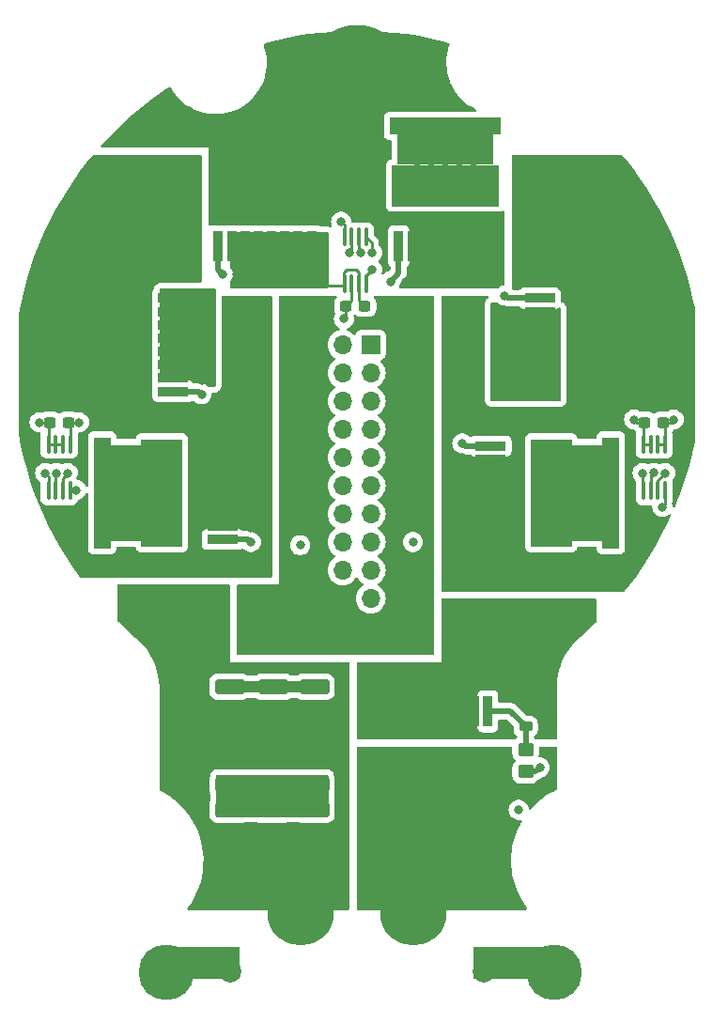
<source format=gbr>
%TF.GenerationSoftware,KiCad,Pcbnew,7.0.6*%
%TF.CreationDate,2023-12-21T21:59:25+03:00*%
%TF.ProjectId,_______ _____,21383b3e-3230-44f2-903f-3b3042302e6b,rev?*%
%TF.SameCoordinates,Original*%
%TF.FileFunction,Copper,L1,Top*%
%TF.FilePolarity,Positive*%
%FSLAX46Y46*%
G04 Gerber Fmt 4.6, Leading zero omitted, Abs format (unit mm)*
G04 Created by KiCad (PCBNEW 7.0.6) date 2023-12-21 21:59:25*
%MOMM*%
%LPD*%
G01*
G04 APERTURE LIST*
G04 Aperture macros list*
%AMRoundRect*
0 Rectangle with rounded corners*
0 $1 Rounding radius*
0 $2 $3 $4 $5 $6 $7 $8 $9 X,Y pos of 4 corners*
0 Add a 4 corners polygon primitive as box body*
4,1,4,$2,$3,$4,$5,$6,$7,$8,$9,$2,$3,0*
0 Add four circle primitives for the rounded corners*
1,1,$1+$1,$2,$3*
1,1,$1+$1,$4,$5*
1,1,$1+$1,$6,$7*
1,1,$1+$1,$8,$9*
0 Add four rect primitives between the rounded corners*
20,1,$1+$1,$2,$3,$4,$5,0*
20,1,$1+$1,$4,$5,$6,$7,0*
20,1,$1+$1,$6,$7,$8,$9,0*
20,1,$1+$1,$8,$9,$2,$3,0*%
G04 Aperture macros list end*
%TA.AperFunction,SMDPad,CuDef*%
%ADD10R,2.800000X0.900000*%
%TD*%
%TA.AperFunction,SMDPad,CuDef*%
%ADD11R,1.550000X10.100000*%
%TD*%
%TA.AperFunction,SMDPad,CuDef*%
%ADD12R,2.750000X8.700000*%
%TD*%
%TA.AperFunction,SMDPad,CuDef*%
%ADD13R,3.700000X9.700000*%
%TD*%
%TA.AperFunction,SMDPad,CuDef*%
%ADD14R,0.900000X2.800000*%
%TD*%
%TA.AperFunction,SMDPad,CuDef*%
%ADD15R,10.100000X1.550000*%
%TD*%
%TA.AperFunction,SMDPad,CuDef*%
%ADD16R,8.700000X2.750000*%
%TD*%
%TA.AperFunction,SMDPad,CuDef*%
%ADD17R,9.700000X3.700000*%
%TD*%
%TA.AperFunction,ComponentPad*%
%ADD18C,5.000000*%
%TD*%
%TA.AperFunction,SMDPad,CuDef*%
%ADD19RoundRect,0.250000X1.100000X-0.412500X1.100000X0.412500X-1.100000X0.412500X-1.100000X-0.412500X0*%
%TD*%
%TA.AperFunction,ComponentPad*%
%ADD20C,8.200000*%
%TD*%
%TA.AperFunction,SMDPad,CuDef*%
%ADD21RoundRect,0.237500X-0.300000X-0.237500X0.300000X-0.237500X0.300000X0.237500X-0.300000X0.237500X0*%
%TD*%
%TA.AperFunction,ComponentPad*%
%ADD22C,6.000000*%
%TD*%
%TA.AperFunction,SMDPad,CuDef*%
%ADD23RoundRect,0.100000X0.100000X-0.712500X0.100000X0.712500X-0.100000X0.712500X-0.100000X-0.712500X0*%
%TD*%
%TA.AperFunction,ComponentPad*%
%ADD24R,1.700000X1.700000*%
%TD*%
%TA.AperFunction,ComponentPad*%
%ADD25O,1.700000X1.700000*%
%TD*%
%TA.AperFunction,ComponentPad*%
%ADD26C,2.000000*%
%TD*%
%TA.AperFunction,SMDPad,CuDef*%
%ADD27RoundRect,0.100000X-0.100000X0.712500X-0.100000X-0.712500X0.100000X-0.712500X0.100000X0.712500X0*%
%TD*%
%TA.AperFunction,SMDPad,CuDef*%
%ADD28RoundRect,0.250000X-1.100000X0.412500X-1.100000X-0.412500X1.100000X-0.412500X1.100000X0.412500X0*%
%TD*%
%TA.AperFunction,SMDPad,CuDef*%
%ADD29RoundRect,0.249999X-0.450001X-1.425001X0.450001X-1.425001X0.450001X1.425001X-0.450001X1.425001X0*%
%TD*%
%TA.AperFunction,SMDPad,CuDef*%
%ADD30RoundRect,0.225000X0.375000X-0.225000X0.375000X0.225000X-0.375000X0.225000X-0.375000X-0.225000X0*%
%TD*%
%TA.AperFunction,SMDPad,CuDef*%
%ADD31RoundRect,0.250000X-0.450000X0.350000X-0.450000X-0.350000X0.450000X-0.350000X0.450000X0.350000X0*%
%TD*%
%TA.AperFunction,ViaPad*%
%ADD32C,0.800000*%
%TD*%
%TA.AperFunction,Conductor*%
%ADD33C,0.500000*%
%TD*%
%TA.AperFunction,Conductor*%
%ADD34C,0.250000*%
%TD*%
%TA.AperFunction,Conductor*%
%ADD35C,1.000000*%
%TD*%
G04 APERTURE END LIST*
D10*
%TO.P,Q6,1,G*%
%TO.N,G6*%
X132852240Y-72583250D03*
%TO.P,Q6,2,S*%
%TO.N,GND*%
X132852240Y-71383250D03*
X132852240Y-70183250D03*
X132852240Y-68983250D03*
X132852240Y-67783250D03*
X132852240Y-66583250D03*
X132852240Y-65383250D03*
X132852240Y-64183250D03*
D11*
%TO.P,Q6,3,D*%
%TO.N,C*%
X122002240Y-68383250D03*
D12*
X124152240Y-68383250D03*
D13*
X127377240Y-68383250D03*
%TD*%
D14*
%TO.P,Q5,1,G*%
%TO.N,G4*%
X136912240Y-59488250D03*
%TO.P,Q5,2,S*%
%TO.N,GND*%
X138112240Y-59488250D03*
X139312240Y-59488250D03*
X140512240Y-59488250D03*
X141712240Y-59488250D03*
X142912240Y-59488250D03*
X144112240Y-59488250D03*
X145312240Y-59488250D03*
D15*
%TO.P,Q5,3,D*%
%TO.N,B*%
X141112240Y-48638250D03*
D16*
X141112240Y-50788250D03*
D17*
X141112240Y-54013250D03*
%TD*%
D14*
%TO.P,Q2,1,G*%
%TO.N,G3*%
X153168240Y-59507250D03*
%TO.P,Q2,2,S*%
%TO.N,B*%
X154368240Y-59507250D03*
X155568240Y-59507250D03*
X156768240Y-59507250D03*
X157968240Y-59507250D03*
X159168240Y-59507250D03*
X160368240Y-59507250D03*
X161568240Y-59507250D03*
D15*
%TO.P,Q2,3,D*%
%TO.N,Shunt_2*%
X157368240Y-48657250D03*
D16*
X157368240Y-50807250D03*
D17*
X157368240Y-54032250D03*
%TD*%
D10*
%TO.P,Q4,1,G*%
%TO.N,G2*%
X165877240Y-64183250D03*
%TO.P,Q4,2,S*%
%TO.N,GND*%
X165877240Y-65383250D03*
X165877240Y-66583250D03*
X165877240Y-67783250D03*
X165877240Y-68983250D03*
X165877240Y-70183250D03*
X165877240Y-71383250D03*
X165877240Y-72583250D03*
D11*
%TO.P,Q4,3,D*%
%TO.N,A*%
X176727240Y-68383250D03*
D12*
X174577240Y-68383250D03*
D13*
X171352240Y-68383250D03*
%TD*%
D10*
%TO.P,Q1,1,G*%
%TO.N,G1*%
X161437240Y-77518250D03*
%TO.P,Q1,2,S*%
%TO.N,A*%
X161437240Y-78718250D03*
X161437240Y-79918250D03*
X161437240Y-81118250D03*
X161437240Y-82318250D03*
X161437240Y-83518250D03*
X161437240Y-84718250D03*
X161437240Y-85918250D03*
D11*
%TO.P,Q1,3,D*%
%TO.N,Shunt_2*%
X172287240Y-81718250D03*
D12*
X170137240Y-81718250D03*
D13*
X166912240Y-81718250D03*
%TD*%
D14*
%TO.P,Q7,1,G*%
%TO.N,Net-(D1-K)*%
X161187240Y-101408250D03*
%TO.P,Q7,2,S*%
%TO.N,GND*%
X159987240Y-101408250D03*
X158787240Y-101408250D03*
X157587240Y-101408250D03*
X156387240Y-101408250D03*
X155187240Y-101408250D03*
X153987240Y-101408250D03*
X152787240Y-101408250D03*
D15*
%TO.P,Q7,3,D*%
%TO.N,Net-(J5-Pin_1)*%
X156987240Y-112258250D03*
D16*
X156987240Y-110108250D03*
D17*
X156987240Y-106883250D03*
%TD*%
D10*
%TO.P,Q3,1,G*%
%TO.N,G5*%
X137297240Y-85918250D03*
%TO.P,Q3,2,S*%
%TO.N,C*%
X137297240Y-84718250D03*
X137297240Y-83518250D03*
X137297240Y-82318250D03*
X137297240Y-81118250D03*
X137297240Y-79918250D03*
X137297240Y-78718250D03*
X137297240Y-77518250D03*
D11*
%TO.P,Q3,3,D*%
%TO.N,Shunt_2*%
X126447240Y-81718250D03*
D12*
X128597240Y-81718250D03*
D13*
X131822240Y-81718250D03*
%TD*%
D18*
%TO.P,J8,1,Pin_1*%
%TO.N,Earth_Protective*%
X132222240Y-124898250D03*
%TD*%
%TO.P,J2,1,Pin_1*%
%TO.N,Earth_Protective*%
X167147240Y-124898250D03*
%TD*%
D19*
%TO.P,C14,1*%
%TO.N,Shunt_1*%
X145557240Y-102330750D03*
%TO.P,C14,2*%
%TO.N,GND*%
X145557240Y-99205750D03*
%TD*%
D20*
%TO.P,J4,1,Pin_1*%
%TO.N,C*%
X127142240Y-58223250D03*
%TD*%
%TO.P,J1,1,Pin_1*%
%TO.N,A*%
X171592240Y-58223250D03*
%TD*%
D19*
%TO.P,C26,1*%
%TO.N,Shunt_1*%
X145557240Y-113418250D03*
%TO.P,C26,2*%
%TO.N,GND*%
X145557240Y-110293250D03*
%TD*%
D21*
%TO.P,C47,1*%
%TO.N,+3.3V*%
X148377740Y-64907750D03*
%TO.P,C47,2*%
%TO.N,GND*%
X150102740Y-64907750D03*
%TD*%
D19*
%TO.P,C25,1*%
%TO.N,Shunt_1*%
X141747240Y-113418250D03*
%TO.P,C25,2*%
%TO.N,GND*%
X141747240Y-110293250D03*
%TD*%
D22*
%TO.P,J6,1,Pin_1*%
%TO.N,Shunt_1*%
X144287240Y-119483250D03*
%TD*%
D23*
%TO.P,D2,1,SDA*%
%TO.N,SDA_MCU*%
X175230240Y-81544750D03*
%TO.P,D2,2,SCL*%
%TO.N,SCL_MCU*%
X175880240Y-81544750D03*
%TO.P,D2,3,~{OS}/INT*%
%TO.N,~{OS}_MCU*%
X176530240Y-81544750D03*
%TO.P,D2,4,GND*%
%TO.N,GND*%
X177180240Y-81544750D03*
%TO.P,D2,5,A2*%
X177180240Y-77319750D03*
%TO.P,D2,6,A1*%
X176530240Y-77319750D03*
%TO.P,D2,7,A0*%
%TO.N,+3.3V*%
X175880240Y-77319750D03*
%TO.P,D2,8,VDD*%
X175230240Y-77319750D03*
%TD*%
D19*
%TO.P,C3,1*%
%TO.N,Shunt_1*%
X137937240Y-102330750D03*
%TO.P,C3,2*%
%TO.N,GND*%
X137937240Y-99205750D03*
%TD*%
D24*
%TO.P,J7,1,Pin_1*%
%TO.N,+3.3V*%
X150637240Y-68383250D03*
D25*
%TO.P,J7,2,Pin_2*%
%TO.N,~{OS}_MCU*%
X148097240Y-68383250D03*
%TO.P,J7,3,Pin_3*%
%TO.N,G3*%
X150637240Y-70923250D03*
%TO.P,J7,4,Pin_4*%
%TO.N,SCL_MCU*%
X148097240Y-70923250D03*
%TO.P,J7,5,Pin_5*%
%TO.N,B*%
X150637240Y-73463250D03*
%TO.P,J7,6,Pin_6*%
%TO.N,SDA_MCU*%
X148097240Y-73463250D03*
%TO.P,J7,7,Pin_7*%
%TO.N,G2*%
X150637240Y-76003250D03*
%TO.P,J7,8,Pin_8*%
%TO.N,G4*%
X148097240Y-76003250D03*
%TO.P,J7,9,Pin_9*%
%TO.N,GND*%
X150637240Y-78543250D03*
%TO.P,J7,10,Pin_10*%
X148097240Y-78543250D03*
%TO.P,J7,11,Pin_11*%
%TO.N,G1*%
X150637240Y-81083250D03*
%TO.P,J7,12,Pin_12*%
%TO.N,G6*%
X148097240Y-81083250D03*
%TO.P,J7,13,Pin_13*%
%TO.N,A*%
X150637240Y-83623250D03*
%TO.P,J7,14,Pin_14*%
%TO.N,C*%
X148097240Y-83623250D03*
%TO.P,J7,15,Pin_15*%
%TO.N,GND*%
X150637240Y-86163250D03*
%TO.P,J7,16,Pin_16*%
%TO.N,G5*%
X148097240Y-86163250D03*
%TO.P,J7,17,Pin_17*%
%TO.N,Shunt_1*%
X150637240Y-88703250D03*
%TO.P,J7,18,Pin_18*%
%TO.N,GND*%
X148097240Y-88703250D03*
%TO.P,J7,19,Pin_19*%
%TO.N,Shunt_1*%
X150637240Y-91243250D03*
%TO.P,J7,20,Pin_20*%
%TO.N,Shunt_2*%
X148097240Y-91243250D03*
%TD*%
D20*
%TO.P,J3,1,Pin_1*%
%TO.N,B*%
X149367240Y-43618250D03*
%TD*%
D26*
%TO.P,C44,1*%
%TO.N,Earth_Protective*%
X160797240Y-124838250D03*
%TO.P,C44,2*%
%TO.N,Net-(J5-Pin_1)*%
X160797240Y-117338250D03*
%TD*%
D27*
%TO.P,D3,1,SDA*%
%TO.N,SDA_MCU*%
X150215240Y-58650750D03*
%TO.P,D3,2,SCL*%
%TO.N,SCL_MCU*%
X149565240Y-58650750D03*
%TO.P,D3,3,~{OS}/INT*%
%TO.N,~{OS}_MCU*%
X148915240Y-58650750D03*
%TO.P,D3,4,GND*%
%TO.N,GND*%
X148265240Y-58650750D03*
%TO.P,D3,5,A2*%
X148265240Y-62875750D03*
%TO.P,D3,6,A1*%
%TO.N,+3.3V*%
X148915240Y-62875750D03*
%TO.P,D3,7,A0*%
%TO.N,GND*%
X149565240Y-62875750D03*
%TO.P,D3,8,VDD*%
%TO.N,+3.3V*%
X150215240Y-62875750D03*
%TD*%
D28*
%TO.P,C29,1*%
%TO.N,Shunt_1*%
X141747240Y-104920750D03*
%TO.P,C29,2*%
%TO.N,GND*%
X141747240Y-108045750D03*
%TD*%
D21*
%TO.P,C48,1*%
%TO.N,+3.3V*%
X121707740Y-75368250D03*
%TO.P,C48,2*%
%TO.N,GND*%
X123432740Y-75368250D03*
%TD*%
D22*
%TO.P,J5,1,Pin_1*%
%TO.N,Net-(J5-Pin_1)*%
X154447240Y-119483250D03*
%TD*%
D19*
%TO.P,C5,1*%
%TO.N,Shunt_1*%
X137937240Y-113418250D03*
%TO.P,C5,2*%
%TO.N,GND*%
X137937240Y-110293250D03*
%TD*%
D29*
%TO.P,R1,1*%
%TO.N,Shunt_1*%
X134887240Y-92513250D03*
%TO.P,R1,2*%
%TO.N,Shunt_2*%
X140987240Y-92513250D03*
%TD*%
D30*
%TO.P,D1,1,K*%
%TO.N,Net-(D1-K)*%
X164607240Y-102798250D03*
%TO.P,D1,2,A*%
%TO.N,GND*%
X164607240Y-99498250D03*
%TD*%
D28*
%TO.P,C10,1*%
%TO.N,Shunt_1*%
X145557240Y-104920750D03*
%TO.P,C10,2*%
%TO.N,GND*%
X145557240Y-108045750D03*
%TD*%
D26*
%TO.P,C45,1*%
%TO.N,Shunt_1*%
X137937240Y-117338250D03*
%TO.P,C45,2*%
%TO.N,Earth_Protective*%
X137937240Y-124838250D03*
%TD*%
D28*
%TO.P,C17,1*%
%TO.N,Shunt_1*%
X137937240Y-104920750D03*
%TO.P,C17,2*%
%TO.N,GND*%
X137937240Y-108045750D03*
%TD*%
D21*
%TO.P,C46,1*%
%TO.N,+3.3V*%
X175301740Y-75368250D03*
%TO.P,C46,2*%
%TO.N,GND*%
X177026740Y-75368250D03*
%TD*%
D31*
%TO.P,R2,1*%
%TO.N,Net-(D1-K)*%
X164607240Y-104848250D03*
%TO.P,R2,2*%
%TO.N,Shunt_1*%
X164607240Y-106848250D03*
%TD*%
D19*
%TO.P,C11,1*%
%TO.N,Shunt_1*%
X141874240Y-102330750D03*
%TO.P,C11,2*%
%TO.N,GND*%
X141874240Y-99205750D03*
%TD*%
D23*
%TO.P,D4,1,SDA*%
%TO.N,SDA_MCU*%
X121595240Y-81544750D03*
%TO.P,D4,2,SCL*%
%TO.N,SCL_MCU*%
X122245240Y-81544750D03*
%TO.P,D4,3,~{OS}/INT*%
%TO.N,~{OS}_MCU*%
X122895240Y-81544750D03*
%TO.P,D4,4,GND*%
%TO.N,GND*%
X123545240Y-81544750D03*
%TO.P,D4,5,A2*%
X123545240Y-77319750D03*
%TO.P,D4,6,A1*%
%TO.N,+3.3V*%
X122895240Y-77319750D03*
%TO.P,D4,7,A0*%
X122245240Y-77319750D03*
%TO.P,D4,8,VDD*%
X121595240Y-77319750D03*
%TD*%
D32*
%TO.N,SDA_MCU*%
X175148240Y-79940250D03*
%TO.N,G1*%
X158892240Y-77273250D03*
%TO.N,A*%
X176672240Y-69653250D03*
X158892240Y-79813250D03*
X170322240Y-65843250D03*
X173497240Y-67113250D03*
X158892240Y-81083250D03*
X173497240Y-70923250D03*
X158892240Y-82353250D03*
X173497240Y-65843250D03*
X170322240Y-70923250D03*
X173497240Y-69653250D03*
X170322240Y-68383250D03*
X173497240Y-68383250D03*
X170322240Y-72193250D03*
X176672240Y-64573250D03*
X170322240Y-64573250D03*
X176672240Y-68383250D03*
X176672240Y-67113250D03*
X158892240Y-78543250D03*
X158892240Y-86163250D03*
X176672240Y-70923250D03*
X158892240Y-84893250D03*
X176672240Y-72193250D03*
X176672240Y-65843250D03*
X158892240Y-83623250D03*
X170322240Y-69653250D03*
X170322240Y-67113250D03*
%TO.N,G2*%
X162702240Y-63938250D03*
%TO.N,GND*%
X144922240Y-62033250D03*
X162702240Y-95688250D03*
X162702240Y-72828250D03*
X162702240Y-65208250D03*
X163972240Y-93148250D03*
X176926240Y-82988250D03*
X135397240Y-66478250D03*
X162702240Y-70288250D03*
X159527240Y-91878250D03*
X135397240Y-65208250D03*
X164607240Y-94418250D03*
X160797240Y-91878250D03*
X164607240Y-91878250D03*
X124348240Y-75368250D03*
X163337240Y-94418250D03*
X146192240Y-62033250D03*
X124094240Y-81464250D03*
X147970240Y-57287750D03*
X164607240Y-98228250D03*
X139842240Y-109023250D03*
X165242240Y-93148250D03*
X158257240Y-91878250D03*
X163337240Y-96958250D03*
X135397240Y-69018250D03*
X177942240Y-75114250D03*
X165877240Y-91878250D03*
X162702240Y-69018250D03*
X139842240Y-99205750D03*
X135397240Y-67748250D03*
X135397240Y-70288250D03*
X142382240Y-62033250D03*
X143703040Y-99193450D03*
X135397240Y-63938250D03*
X141112240Y-62033250D03*
X163972240Y-110293250D03*
X143652240Y-109023250D03*
X162067240Y-91878250D03*
X162702240Y-66478250D03*
X143652240Y-62033250D03*
X163337240Y-98228250D03*
X164607240Y-96958250D03*
X135397240Y-71558250D03*
X138572240Y-62033250D03*
X163337240Y-91878250D03*
X162702240Y-71558250D03*
X163972240Y-95688250D03*
X162702240Y-67748250D03*
X139842240Y-62033250D03*
%TO.N,G3*%
X152415240Y-62668250D03*
%TO.N,B*%
X138572240Y-51873250D03*
X143652240Y-55048250D03*
X142382240Y-51873250D03*
X141112240Y-48698250D03*
X139842240Y-48698250D03*
X137302240Y-55048250D03*
X137302240Y-48698250D03*
X139842240Y-51873250D03*
X143652240Y-48698250D03*
X157622240Y-62668250D03*
X139842240Y-55048250D03*
X153812240Y-62668250D03*
X155082240Y-62668250D03*
X143652240Y-51873250D03*
X142382240Y-48698250D03*
X161432240Y-62668250D03*
X138572240Y-55048250D03*
X141112240Y-55048250D03*
X142382240Y-55048250D03*
X158892240Y-62668250D03*
X138572240Y-48698250D03*
X141112240Y-51873250D03*
X144922240Y-55048250D03*
X160162240Y-62668250D03*
X144922240Y-48698250D03*
X156352240Y-62668250D03*
%TO.N,G4*%
X137302240Y-62033250D03*
%TO.N,G5*%
X139842240Y-86163250D03*
%TO.N,C*%
X139842240Y-82353250D03*
X128412240Y-69653250D03*
X139842240Y-84893250D03*
X128412240Y-68383250D03*
X128412240Y-67113250D03*
X125237240Y-69653250D03*
X125237240Y-67113250D03*
X122062240Y-68383250D03*
X122062240Y-67113250D03*
X139842240Y-79813250D03*
X122062240Y-70923250D03*
X128412240Y-64573250D03*
X122062240Y-64573250D03*
X122062240Y-65843250D03*
X128412240Y-65843250D03*
X128412240Y-70923250D03*
X125237240Y-68383250D03*
X139842240Y-77273250D03*
X125237240Y-70923250D03*
X122062240Y-72193250D03*
X128412240Y-72193250D03*
X125237240Y-65843250D03*
X139842240Y-78543250D03*
X139842240Y-81083250D03*
X139842240Y-83623250D03*
X122062240Y-69653250D03*
%TO.N,G6*%
X135397240Y-72828250D03*
%TO.N,Shunt_1*%
X134762240Y-97593250D03*
X143652240Y-105213250D03*
X136032240Y-105213250D03*
X165877240Y-106483250D03*
X143652240Y-103943250D03*
X134762240Y-95053250D03*
X147462240Y-97593250D03*
X139842240Y-105213250D03*
X134762240Y-96323250D03*
X147462240Y-103943250D03*
X144287240Y-86442750D03*
X134762240Y-98863250D03*
X154447240Y-86163250D03*
X147462240Y-105213250D03*
X136667240Y-91243250D03*
X139842240Y-103943250D03*
X132857240Y-91243250D03*
%TO.N,Shunt_2*%
X144922240Y-77273250D03*
X153812240Y-69018250D03*
X157368240Y-51873250D03*
X126507240Y-85528250D03*
X169052240Y-81718250D03*
X153558240Y-55048250D03*
X126507240Y-79178250D03*
X172227240Y-77908250D03*
X159908240Y-51873250D03*
X158638240Y-55048250D03*
X165877240Y-77908250D03*
X143652240Y-76003250D03*
X157368240Y-48698250D03*
X129682240Y-81718250D03*
X169052240Y-84258250D03*
X154447240Y-67748250D03*
X155082240Y-66478250D03*
X126507240Y-77908250D03*
X172227240Y-79178250D03*
X132857240Y-77908250D03*
X143652240Y-65208250D03*
X129682240Y-79178250D03*
X165877240Y-84258250D03*
X172227240Y-84258250D03*
X126507240Y-82988250D03*
X156098240Y-55048250D03*
X132857240Y-85528250D03*
X169052240Y-82988250D03*
X154828240Y-51873250D03*
X132857240Y-81718250D03*
X159908240Y-55048250D03*
X129682240Y-84258250D03*
X154828240Y-48698250D03*
X156098240Y-51873250D03*
X159908240Y-48698250D03*
X172227240Y-82988250D03*
X165877240Y-79178250D03*
X153558240Y-48698250D03*
X126507240Y-84258250D03*
X155082240Y-69018250D03*
X129682240Y-82988250D03*
X132857240Y-82988250D03*
X165877240Y-81718250D03*
X161178240Y-55048250D03*
X158638240Y-51873250D03*
X143652240Y-70923250D03*
X155717240Y-67748250D03*
X153812240Y-66478250D03*
X144287240Y-66478250D03*
X165877240Y-85528250D03*
X154828240Y-55048250D03*
X155717240Y-65208250D03*
X144922240Y-65208250D03*
X126507240Y-81718250D03*
X154447240Y-65208250D03*
X161178240Y-48698250D03*
X172227240Y-85528250D03*
X165877240Y-80448250D03*
X132857240Y-79178250D03*
X158638240Y-48698250D03*
X132857240Y-84258250D03*
X129682240Y-80448250D03*
X169052240Y-80448250D03*
X165877240Y-82988250D03*
X169052240Y-79178250D03*
X156098240Y-48698250D03*
X126507240Y-80448250D03*
X145557240Y-66478250D03*
X144922240Y-72193250D03*
X172227240Y-80448250D03*
X172227240Y-81718250D03*
X132857240Y-80448250D03*
X157368240Y-55048250D03*
%TO.N,+3.3V*%
X120792240Y-75368250D03*
X150764240Y-61605750D03*
X174384056Y-75115342D03*
X148224240Y-66050750D03*
%TO.N,SDA_MCU*%
X121300240Y-79940250D03*
X150764240Y-60081750D03*
%TO.N,SCL_MCU*%
X176159941Y-79935951D03*
X149748240Y-60081750D03*
X122316240Y-79940250D03*
%TO.N,~{OS}_MCU*%
X148732240Y-60081750D03*
X177180240Y-79940250D03*
X123332240Y-79940250D03*
%TD*%
D33*
%TO.N,G1*%
X161437240Y-77518250D02*
X159137240Y-77518250D01*
X159137240Y-77518250D02*
X158892240Y-77273250D01*
%TO.N,G2*%
X162947240Y-64183250D02*
X162702240Y-63938250D01*
X165877240Y-64183250D02*
X162947240Y-64183250D01*
D34*
%TO.N,GND*%
X177688240Y-75368250D02*
X177942240Y-75114250D01*
X149565240Y-61827000D02*
X149343990Y-61605750D01*
X146192240Y-62033250D02*
X146192240Y-62668250D01*
X146573240Y-63049250D02*
X148091740Y-63049250D01*
X148091740Y-63049250D02*
X148265240Y-62875750D01*
D35*
X145557240Y-99205750D02*
X143690740Y-99205750D01*
D34*
X124013740Y-81544750D02*
X124094240Y-81464250D01*
X146192240Y-62668250D02*
X146573240Y-63049250D01*
X176530240Y-77319750D02*
X177180240Y-77319750D01*
D35*
X137937240Y-99205750D02*
X141874240Y-99205750D01*
D34*
X148265240Y-57582750D02*
X147970240Y-57287750D01*
X177180240Y-77319750D02*
X177180240Y-75521750D01*
X177180240Y-75521750D02*
X177026740Y-75368250D01*
X123432740Y-75368250D02*
X124348240Y-75368250D01*
D35*
X137937240Y-99205750D02*
X139842240Y-99205750D01*
D34*
X177180240Y-81544750D02*
X177180240Y-82734250D01*
X148478240Y-61605750D02*
X148224240Y-61859750D01*
X123545240Y-77319750D02*
X123545240Y-75480750D01*
X149565240Y-62875750D02*
X149565240Y-61827000D01*
X149565240Y-64370250D02*
X150102740Y-64907750D01*
X177026740Y-75368250D02*
X177688240Y-75368250D01*
X149565240Y-62875750D02*
X149565240Y-64370250D01*
X123545240Y-81544750D02*
X124013740Y-81544750D01*
X148224240Y-61859750D02*
X148224240Y-62834750D01*
X149343990Y-61605750D02*
X148478240Y-61605750D01*
X148265240Y-58650750D02*
X148265240Y-57582750D01*
X148224240Y-62834750D02*
X148265240Y-62875750D01*
D35*
X143613740Y-99205750D02*
X141874240Y-99205750D01*
D34*
X123545240Y-75480750D02*
X123432740Y-75368250D01*
X177180240Y-82734250D02*
X176926240Y-82988250D01*
D33*
%TO.N,G3*%
X153168240Y-59507250D02*
X153168240Y-61915250D01*
X153168240Y-61915250D02*
X152415240Y-62668250D01*
%TO.N,G4*%
X136912240Y-59488250D02*
X136912240Y-61643250D01*
X136912240Y-61643250D02*
X137302240Y-62033250D01*
%TO.N,G5*%
X139597240Y-85918250D02*
X139842240Y-86163250D01*
X137297240Y-85918250D02*
X139597240Y-85918250D01*
%TO.N,G6*%
X132852240Y-72583250D02*
X135152240Y-72583250D01*
X135152240Y-72583250D02*
X135397240Y-72828250D01*
%TO.N,Shunt_1*%
X165512240Y-106848250D02*
X164607240Y-106848250D01*
X165877240Y-106483250D02*
X165512240Y-106848250D01*
D34*
%TO.N,+3.3V*%
X121707740Y-75368250D02*
X120792240Y-75368250D01*
X122895240Y-77319750D02*
X122245240Y-77319750D01*
X148224240Y-66050750D02*
X148377740Y-65897250D01*
X174636964Y-75368250D02*
X174384056Y-75115342D01*
X150215240Y-62154750D02*
X150215240Y-62875750D01*
X175301740Y-75368250D02*
X174636964Y-75368250D01*
X175230240Y-77319750D02*
X175230240Y-75439750D01*
X148915240Y-64370250D02*
X148377740Y-64907750D01*
X148377740Y-65897250D02*
X148377740Y-64907750D01*
X175230240Y-75439750D02*
X175301740Y-75368250D01*
X121595240Y-75480750D02*
X121707740Y-75368250D01*
X175880240Y-77319750D02*
X175230240Y-77319750D01*
X148915240Y-62875750D02*
X148915240Y-64370250D01*
X122245240Y-77319750D02*
X121595240Y-77319750D01*
X121595240Y-77319750D02*
X121595240Y-75480750D01*
X150764240Y-61605750D02*
X150215240Y-62154750D01*
%TO.N,SDA_MCU*%
X175148240Y-79940250D02*
X175148240Y-81462750D01*
X175148240Y-81462750D02*
X175230240Y-81544750D01*
X150215240Y-58650750D02*
X150764240Y-59199750D01*
X150764240Y-59199750D02*
X150764240Y-60081750D01*
X121595240Y-81544750D02*
X121595240Y-80235250D01*
X121595240Y-80235250D02*
X121300240Y-79940250D01*
%TO.N,SCL_MCU*%
X122245240Y-80011250D02*
X122316240Y-79940250D01*
X149565240Y-58650750D02*
X149565240Y-59898750D01*
X149565240Y-59898750D02*
X149748240Y-60081750D01*
X175880240Y-80215652D02*
X176159941Y-79935951D01*
X175880240Y-81544750D02*
X175880240Y-80215652D01*
X122245240Y-81544750D02*
X122245240Y-80011250D01*
D33*
%TO.N,Net-(D1-K)*%
X164607240Y-104848250D02*
X164607240Y-102798250D01*
X161187240Y-101408250D02*
X163217240Y-101408250D01*
X163217240Y-101408250D02*
X164607240Y-102798250D01*
D34*
%TO.N,~{OS}_MCU*%
X177180240Y-79940250D02*
X176530240Y-80590250D01*
X148915240Y-58650750D02*
X148915240Y-59898750D01*
X122895240Y-81544750D02*
X122895240Y-80377250D01*
X148915240Y-59898750D02*
X148732240Y-60081750D01*
X176530240Y-80590250D02*
X176530240Y-81544750D01*
X122895240Y-80377250D02*
X123332240Y-79940250D01*
%TD*%
%TA.AperFunction,Conductor*%
%TO.N,GND*%
G36*
X136610279Y-63322935D02*
G01*
X136656034Y-63375739D01*
X136667240Y-63427250D01*
X136667240Y-72069250D01*
X136647555Y-72136289D01*
X136594751Y-72182044D01*
X136543240Y-72193250D01*
X136092434Y-72193250D01*
X136025395Y-72173565D01*
X136008434Y-72159151D01*
X136007935Y-72159706D01*
X136003104Y-72155356D01*
X135849974Y-72044101D01*
X135849969Y-72044098D01*
X135677047Y-71967107D01*
X135677043Y-71967106D01*
X135561684Y-71942585D01*
X135535062Y-71933677D01*
X135479297Y-71907674D01*
X135410670Y-71873208D01*
X135403885Y-71870739D01*
X135403905Y-71870683D01*
X135396789Y-71868209D01*
X135396771Y-71868265D01*
X135389911Y-71865992D01*
X135362081Y-71860246D01*
X135314674Y-71850457D01*
X135265712Y-71838853D01*
X135239959Y-71832749D01*
X135232787Y-71831911D01*
X135232793Y-71831851D01*
X135225295Y-71831085D01*
X135225290Y-71831145D01*
X135218100Y-71830515D01*
X135141323Y-71832750D01*
X134714560Y-71832750D01*
X134647521Y-71813065D01*
X134615292Y-71783059D01*
X134609788Y-71775707D01*
X134609786Y-71775704D01*
X134609782Y-71775701D01*
X134494575Y-71689456D01*
X134494568Y-71689452D01*
X134359722Y-71639158D01*
X134359723Y-71639158D01*
X134300123Y-71632751D01*
X134300121Y-71632750D01*
X134300113Y-71632750D01*
X134300105Y-71632750D01*
X131711240Y-71632750D01*
X131644201Y-71613065D01*
X131598446Y-71560261D01*
X131587240Y-71508750D01*
X131587240Y-63427250D01*
X131606925Y-63360211D01*
X131659729Y-63314456D01*
X131711240Y-63303250D01*
X136543240Y-63303250D01*
X136610279Y-63322935D01*
G37*
%TD.AperFunction*%
%TD*%
%TA.AperFunction,Conductor*%
%TO.N,GND*%
G36*
X146770279Y-58242935D02*
G01*
X146816034Y-58295739D01*
X146827240Y-58347250D01*
X146827240Y-63179250D01*
X146807555Y-63246289D01*
X146754751Y-63292044D01*
X146703240Y-63303250D01*
X138061240Y-63303250D01*
X137994201Y-63283565D01*
X137948446Y-63230761D01*
X137937240Y-63179250D01*
X137937240Y-62721386D01*
X137956925Y-62654347D01*
X137969090Y-62638414D01*
X138034773Y-62565466D01*
X138129419Y-62401534D01*
X138187914Y-62221506D01*
X138207700Y-62033250D01*
X138187914Y-61844994D01*
X138129419Y-61664966D01*
X138034773Y-61501034D01*
X138034769Y-61501028D01*
X137969090Y-61428084D01*
X137938860Y-61365092D01*
X137937240Y-61345112D01*
X137937240Y-58347250D01*
X137956925Y-58280211D01*
X138009729Y-58234456D01*
X138061240Y-58223250D01*
X146703240Y-58223250D01*
X146770279Y-58242935D01*
G37*
%TD.AperFunction*%
%TD*%
%TA.AperFunction,Conductor*%
%TO.N,Shunt_2*%
G36*
X147533727Y-63957935D02*
G01*
X147579482Y-64010739D01*
X147589426Y-64079897D01*
X147560401Y-64143453D01*
X147554369Y-64149931D01*
X147494901Y-64209398D01*
X147404333Y-64356231D01*
X147404331Y-64356234D01*
X147404332Y-64356234D01*
X147350066Y-64519997D01*
X147350066Y-64519998D01*
X147350065Y-64519998D01*
X147339740Y-64621065D01*
X147339740Y-65194419D01*
X147339741Y-65194437D01*
X147350065Y-65295502D01*
X147386349Y-65404998D01*
X147404332Y-65459266D01*
X147404336Y-65459272D01*
X147428280Y-65498093D01*
X147446720Y-65565486D01*
X147430129Y-65625187D01*
X147397061Y-65682463D01*
X147352809Y-65818658D01*
X147338566Y-65862494D01*
X147318780Y-66050750D01*
X147338566Y-66239006D01*
X147338567Y-66239009D01*
X147397058Y-66419027D01*
X147397061Y-66419034D01*
X147491707Y-66582966D01*
X147618369Y-66723638D01*
X147771510Y-66834901D01*
X147784620Y-66840738D01*
X147837855Y-66885989D01*
X147858175Y-66952838D01*
X147839128Y-67020062D01*
X147786761Y-67066316D01*
X147766274Y-67073791D01*
X147633584Y-67109344D01*
X147633575Y-67109348D01*
X147419411Y-67209214D01*
X147419409Y-67209215D01*
X147225837Y-67344755D01*
X147058745Y-67511847D01*
X146923205Y-67705419D01*
X146923204Y-67705421D01*
X146823338Y-67919585D01*
X146823334Y-67919594D01*
X146762178Y-68147836D01*
X146762176Y-68147846D01*
X146741581Y-68383249D01*
X146741581Y-68383250D01*
X146762176Y-68618653D01*
X146762178Y-68618663D01*
X146823334Y-68846905D01*
X146823336Y-68846909D01*
X146823337Y-68846913D01*
X146907739Y-69027913D01*
X146923205Y-69061080D01*
X146923207Y-69061084D01*
X147058741Y-69254645D01*
X147058746Y-69254652D01*
X147225837Y-69421743D01*
X147225843Y-69421748D01*
X147411398Y-69551675D01*
X147455023Y-69606252D01*
X147462217Y-69675750D01*
X147430694Y-69738105D01*
X147411398Y-69754825D01*
X147225837Y-69884755D01*
X147058745Y-70051847D01*
X146923205Y-70245419D01*
X146923204Y-70245421D01*
X146823338Y-70459585D01*
X146823334Y-70459594D01*
X146762178Y-70687836D01*
X146762176Y-70687846D01*
X146741581Y-70923249D01*
X146741581Y-70923250D01*
X146762176Y-71158653D01*
X146762178Y-71158663D01*
X146823334Y-71386905D01*
X146823336Y-71386909D01*
X146823337Y-71386913D01*
X146827240Y-71395282D01*
X146923205Y-71601080D01*
X146923207Y-71601084D01*
X147031521Y-71755771D01*
X147058741Y-71794646D01*
X147058746Y-71794652D01*
X147225837Y-71961743D01*
X147225843Y-71961748D01*
X147411398Y-72091675D01*
X147455023Y-72146252D01*
X147462217Y-72215750D01*
X147430694Y-72278105D01*
X147411398Y-72294825D01*
X147225837Y-72424755D01*
X147058745Y-72591847D01*
X146923205Y-72785419D01*
X146923204Y-72785421D01*
X146823338Y-72999585D01*
X146823334Y-72999594D01*
X146762178Y-73227836D01*
X146762176Y-73227846D01*
X146741581Y-73463249D01*
X146741581Y-73463250D01*
X146762176Y-73698653D01*
X146762178Y-73698663D01*
X146823334Y-73926905D01*
X146823336Y-73926909D01*
X146823337Y-73926913D01*
X146827240Y-73935282D01*
X146923205Y-74141080D01*
X146923207Y-74141084D01*
X147031521Y-74295771D01*
X147058741Y-74334646D01*
X147058746Y-74334652D01*
X147225837Y-74501743D01*
X147225843Y-74501748D01*
X147411398Y-74631675D01*
X147455023Y-74686252D01*
X147462217Y-74755750D01*
X147430694Y-74818105D01*
X147411398Y-74834825D01*
X147225837Y-74964755D01*
X147058745Y-75131847D01*
X146923205Y-75325419D01*
X146923204Y-75325421D01*
X146823338Y-75539585D01*
X146823334Y-75539594D01*
X146762178Y-75767836D01*
X146762176Y-75767846D01*
X146741581Y-76003249D01*
X146741581Y-76003250D01*
X146762176Y-76238653D01*
X146762178Y-76238663D01*
X146823334Y-76466905D01*
X146823336Y-76466909D01*
X146823337Y-76466913D01*
X146896800Y-76624454D01*
X146923205Y-76681080D01*
X146923207Y-76681084D01*
X147024622Y-76825919D01*
X147058741Y-76874646D01*
X147058746Y-76874652D01*
X147225837Y-77041743D01*
X147225843Y-77041748D01*
X147411398Y-77171675D01*
X147455023Y-77226252D01*
X147462217Y-77295750D01*
X147430694Y-77358105D01*
X147411398Y-77374825D01*
X147225837Y-77504755D01*
X147058745Y-77671847D01*
X146923205Y-77865419D01*
X146923204Y-77865421D01*
X146823338Y-78079585D01*
X146823334Y-78079594D01*
X146762178Y-78307836D01*
X146762176Y-78307846D01*
X146741581Y-78543249D01*
X146741581Y-78543250D01*
X146762176Y-78778653D01*
X146762178Y-78778663D01*
X146823334Y-79006905D01*
X146823336Y-79006909D01*
X146823337Y-79006913D01*
X146827240Y-79015282D01*
X146923205Y-79221080D01*
X146923207Y-79221084D01*
X147021015Y-79360767D01*
X147058741Y-79414646D01*
X147058746Y-79414652D01*
X147225837Y-79581743D01*
X147225843Y-79581748D01*
X147411398Y-79711675D01*
X147455023Y-79766252D01*
X147462217Y-79835750D01*
X147430694Y-79898105D01*
X147411398Y-79914825D01*
X147225837Y-80044755D01*
X147058745Y-80211847D01*
X146923205Y-80405419D01*
X146923204Y-80405421D01*
X146823338Y-80619585D01*
X146823334Y-80619594D01*
X146762178Y-80847836D01*
X146762176Y-80847846D01*
X146741581Y-81083249D01*
X146741581Y-81083250D01*
X146762176Y-81318653D01*
X146762178Y-81318663D01*
X146823334Y-81546905D01*
X146823336Y-81546909D01*
X146823337Y-81546913D01*
X146827240Y-81555282D01*
X146923205Y-81761080D01*
X146923207Y-81761084D01*
X146964725Y-81820377D01*
X147058741Y-81954646D01*
X147058746Y-81954652D01*
X147225837Y-82121743D01*
X147225843Y-82121748D01*
X147411398Y-82251675D01*
X147455023Y-82306252D01*
X147462217Y-82375750D01*
X147430694Y-82438105D01*
X147411398Y-82454825D01*
X147225837Y-82584755D01*
X147058745Y-82751847D01*
X146923205Y-82945419D01*
X146923204Y-82945421D01*
X146823338Y-83159585D01*
X146823334Y-83159594D01*
X146762178Y-83387836D01*
X146762176Y-83387846D01*
X146741581Y-83623249D01*
X146741581Y-83623250D01*
X146762176Y-83858653D01*
X146762178Y-83858663D01*
X146823334Y-84086905D01*
X146823336Y-84086909D01*
X146823337Y-84086913D01*
X146903233Y-84258249D01*
X146923205Y-84301080D01*
X146923207Y-84301084D01*
X146965185Y-84361034D01*
X147058741Y-84494646D01*
X147058746Y-84494652D01*
X147225837Y-84661743D01*
X147225843Y-84661748D01*
X147411398Y-84791675D01*
X147455023Y-84846252D01*
X147462217Y-84915750D01*
X147430694Y-84978105D01*
X147411398Y-84994825D01*
X147225837Y-85124755D01*
X147058745Y-85291847D01*
X146923205Y-85485419D01*
X146923204Y-85485421D01*
X146823338Y-85699585D01*
X146823334Y-85699594D01*
X146762178Y-85927836D01*
X146762176Y-85927846D01*
X146741581Y-86163249D01*
X146741581Y-86163250D01*
X146762176Y-86398653D01*
X146762178Y-86398663D01*
X146823334Y-86626905D01*
X146823336Y-86626909D01*
X146823337Y-86626913D01*
X146827240Y-86635282D01*
X146923205Y-86841080D01*
X146923207Y-86841084D01*
X146997652Y-86947401D01*
X147058741Y-87034646D01*
X147058746Y-87034652D01*
X147225837Y-87201743D01*
X147225843Y-87201748D01*
X147411398Y-87331675D01*
X147455023Y-87386252D01*
X147462217Y-87455750D01*
X147430694Y-87518105D01*
X147411398Y-87534825D01*
X147225837Y-87664755D01*
X147058745Y-87831847D01*
X146923205Y-88025419D01*
X146923204Y-88025421D01*
X146823338Y-88239585D01*
X146823334Y-88239594D01*
X146762178Y-88467836D01*
X146762176Y-88467846D01*
X146741581Y-88703249D01*
X146741581Y-88703250D01*
X146762176Y-88938653D01*
X146762178Y-88938663D01*
X146823334Y-89166905D01*
X146823336Y-89166909D01*
X146823337Y-89166913D01*
X146827240Y-89175282D01*
X146923205Y-89381080D01*
X146923207Y-89381084D01*
X146998230Y-89488227D01*
X147058745Y-89574651D01*
X147225839Y-89741745D01*
X147247503Y-89756914D01*
X147419405Y-89877282D01*
X147419407Y-89877283D01*
X147419410Y-89877285D01*
X147633577Y-89977153D01*
X147861832Y-90038313D01*
X148050158Y-90054789D01*
X148097239Y-90058909D01*
X148097240Y-90058909D01*
X148097241Y-90058909D01*
X148136474Y-90055476D01*
X148332648Y-90038313D01*
X148560903Y-89977153D01*
X148775070Y-89877285D01*
X148968641Y-89741745D01*
X149135735Y-89574651D01*
X149265664Y-89389092D01*
X149320242Y-89345467D01*
X149389740Y-89338273D01*
X149452095Y-89369796D01*
X149468815Y-89389092D01*
X149598741Y-89574646D01*
X149598746Y-89574652D01*
X149765837Y-89741743D01*
X149765843Y-89741748D01*
X149951398Y-89871675D01*
X149995023Y-89926252D01*
X150002217Y-89995750D01*
X149970694Y-90058105D01*
X149951398Y-90074825D01*
X149765837Y-90204755D01*
X149598745Y-90371847D01*
X149463205Y-90565419D01*
X149463204Y-90565421D01*
X149363338Y-90779585D01*
X149363334Y-90779594D01*
X149302178Y-91007836D01*
X149302176Y-91007846D01*
X149281581Y-91243249D01*
X149281581Y-91243250D01*
X149302176Y-91478653D01*
X149302178Y-91478663D01*
X149363334Y-91706905D01*
X149363336Y-91706909D01*
X149363337Y-91706913D01*
X149463205Y-91921080D01*
X149463207Y-91921084D01*
X149571521Y-92075771D01*
X149598745Y-92114651D01*
X149765839Y-92281745D01*
X149862624Y-92349514D01*
X149959405Y-92417282D01*
X149959407Y-92417283D01*
X149959410Y-92417285D01*
X150173577Y-92517153D01*
X150401832Y-92578313D01*
X150590158Y-92594789D01*
X150637239Y-92598909D01*
X150637240Y-92598909D01*
X150637241Y-92598909D01*
X150676474Y-92595476D01*
X150872648Y-92578313D01*
X151100903Y-92517153D01*
X151315070Y-92417285D01*
X151508641Y-92281745D01*
X151675735Y-92114651D01*
X151811275Y-91921080D01*
X151911143Y-91706913D01*
X151972303Y-91478658D01*
X151992899Y-91243250D01*
X151972303Y-91007842D01*
X151911143Y-90779587D01*
X151811275Y-90565421D01*
X151675735Y-90371849D01*
X151675734Y-90371847D01*
X151508642Y-90204756D01*
X151508636Y-90204751D01*
X151323082Y-90074825D01*
X151279457Y-90020248D01*
X151272263Y-89950750D01*
X151303786Y-89888395D01*
X151323082Y-89871675D01*
X151486977Y-89756914D01*
X151508641Y-89741745D01*
X151675735Y-89574651D01*
X151811275Y-89381080D01*
X151911143Y-89166913D01*
X151972303Y-88938658D01*
X151992899Y-88703250D01*
X151972303Y-88467842D01*
X151911143Y-88239587D01*
X151811275Y-88025421D01*
X151675735Y-87831849D01*
X151675734Y-87831847D01*
X151508642Y-87664756D01*
X151508636Y-87664751D01*
X151323082Y-87534825D01*
X151279457Y-87480248D01*
X151272263Y-87410750D01*
X151303786Y-87348395D01*
X151323082Y-87331675D01*
X151362760Y-87303892D01*
X151508641Y-87201745D01*
X151675735Y-87034651D01*
X151811275Y-86841080D01*
X151911143Y-86626913D01*
X151972303Y-86398658D01*
X151992899Y-86163250D01*
X153541780Y-86163250D01*
X153561566Y-86351506D01*
X153561567Y-86351509D01*
X153620058Y-86531527D01*
X153620061Y-86531534D01*
X153714707Y-86695466D01*
X153835659Y-86829796D01*
X153841369Y-86836138D01*
X153994505Y-86947398D01*
X153994510Y-86947401D01*
X154167432Y-87024392D01*
X154167437Y-87024394D01*
X154352594Y-87063750D01*
X154352595Y-87063750D01*
X154541884Y-87063750D01*
X154541886Y-87063750D01*
X154727043Y-87024394D01*
X154899970Y-86947401D01*
X155053111Y-86836138D01*
X155179773Y-86695466D01*
X155274419Y-86531534D01*
X155332914Y-86351506D01*
X155352700Y-86163250D01*
X155332914Y-85974994D01*
X155274419Y-85794966D01*
X155179773Y-85631034D01*
X155053111Y-85490362D01*
X155053110Y-85490361D01*
X154899974Y-85379101D01*
X154899969Y-85379098D01*
X154727047Y-85302107D01*
X154727042Y-85302105D01*
X154581240Y-85271115D01*
X154541886Y-85262750D01*
X154352594Y-85262750D01*
X154320137Y-85269648D01*
X154167437Y-85302105D01*
X154167432Y-85302107D01*
X153994510Y-85379098D01*
X153994505Y-85379101D01*
X153841369Y-85490361D01*
X153714706Y-85631035D01*
X153620061Y-85794965D01*
X153620058Y-85794972D01*
X153576885Y-85927846D01*
X153561566Y-85974994D01*
X153541780Y-86163250D01*
X151992899Y-86163250D01*
X151972303Y-85927842D01*
X151911143Y-85699587D01*
X151811275Y-85485421D01*
X151769295Y-85425466D01*
X151675734Y-85291847D01*
X151508642Y-85124756D01*
X151508636Y-85124751D01*
X151323082Y-84994825D01*
X151279457Y-84940248D01*
X151272263Y-84870750D01*
X151303786Y-84808395D01*
X151323082Y-84791675D01*
X151446875Y-84704994D01*
X151508641Y-84661745D01*
X151675735Y-84494651D01*
X151811275Y-84301080D01*
X151911143Y-84086913D01*
X151972303Y-83858658D01*
X151992899Y-83623250D01*
X151972303Y-83387842D01*
X151911143Y-83159587D01*
X151811275Y-82945421D01*
X151769295Y-82885466D01*
X151675734Y-82751847D01*
X151508642Y-82584756D01*
X151508636Y-82584751D01*
X151323082Y-82454825D01*
X151279457Y-82400248D01*
X151272263Y-82330750D01*
X151303786Y-82268395D01*
X151323082Y-82251675D01*
X151446875Y-82164994D01*
X151508641Y-82121745D01*
X151675735Y-81954651D01*
X151811275Y-81761080D01*
X151911143Y-81546913D01*
X151972303Y-81318658D01*
X151992899Y-81083250D01*
X151972303Y-80847842D01*
X151911143Y-80619587D01*
X151811275Y-80405421D01*
X151769295Y-80345466D01*
X151675734Y-80211847D01*
X151508642Y-80044756D01*
X151508636Y-80044751D01*
X151323082Y-79914825D01*
X151279457Y-79860248D01*
X151272263Y-79790750D01*
X151303786Y-79728395D01*
X151323082Y-79711675D01*
X151446875Y-79624994D01*
X151508641Y-79581745D01*
X151675735Y-79414651D01*
X151811275Y-79221080D01*
X151911143Y-79006913D01*
X151972303Y-78778658D01*
X151992899Y-78543250D01*
X151972303Y-78307842D01*
X151911143Y-78079587D01*
X151811275Y-77865421D01*
X151769295Y-77805466D01*
X151675734Y-77671847D01*
X151508642Y-77504756D01*
X151508636Y-77504751D01*
X151323082Y-77374825D01*
X151279457Y-77320248D01*
X151272263Y-77250750D01*
X151303786Y-77188395D01*
X151323082Y-77171675D01*
X151446875Y-77084994D01*
X151508641Y-77041745D01*
X151675735Y-76874651D01*
X151811275Y-76681080D01*
X151911143Y-76466913D01*
X151972303Y-76238658D01*
X151992899Y-76003250D01*
X151972303Y-75767842D01*
X151911143Y-75539587D01*
X151811275Y-75325421D01*
X151675735Y-75131849D01*
X151675734Y-75131847D01*
X151508642Y-74964756D01*
X151508636Y-74964751D01*
X151323082Y-74834825D01*
X151279457Y-74780248D01*
X151272263Y-74710750D01*
X151303786Y-74648395D01*
X151323082Y-74631675D01*
X151345266Y-74616141D01*
X151508641Y-74501745D01*
X151675735Y-74334651D01*
X151811275Y-74141080D01*
X151911143Y-73926913D01*
X151972303Y-73698658D01*
X151992899Y-73463250D01*
X151972303Y-73227842D01*
X151911143Y-72999587D01*
X151811275Y-72785421D01*
X151742499Y-72687197D01*
X151675734Y-72591847D01*
X151508642Y-72424756D01*
X151508636Y-72424751D01*
X151323082Y-72294825D01*
X151279457Y-72240248D01*
X151272263Y-72170750D01*
X151303786Y-72108395D01*
X151323082Y-72091675D01*
X151399285Y-72038317D01*
X151508641Y-71961745D01*
X151675735Y-71794651D01*
X151811275Y-71601080D01*
X151911143Y-71386913D01*
X151972303Y-71158658D01*
X151992899Y-70923250D01*
X151972303Y-70687842D01*
X151911143Y-70459587D01*
X151811275Y-70245421D01*
X151675735Y-70051849D01*
X151553807Y-69929921D01*
X151520324Y-69868601D01*
X151525308Y-69798909D01*
X151567179Y-69742975D01*
X151598155Y-69726060D01*
X151729571Y-69677046D01*
X151844786Y-69590796D01*
X151931036Y-69475581D01*
X151981331Y-69340733D01*
X151987740Y-69281123D01*
X151987739Y-67485378D01*
X151981331Y-67425767D01*
X151980050Y-67422333D01*
X151931037Y-67290921D01*
X151931033Y-67290914D01*
X151844787Y-67175705D01*
X151844784Y-67175702D01*
X151729575Y-67089456D01*
X151729568Y-67089452D01*
X151594722Y-67039158D01*
X151594723Y-67039158D01*
X151535123Y-67032751D01*
X151535121Y-67032750D01*
X151535113Y-67032750D01*
X151535104Y-67032750D01*
X149739369Y-67032750D01*
X149739363Y-67032751D01*
X149679756Y-67039158D01*
X149544911Y-67089452D01*
X149544904Y-67089456D01*
X149429695Y-67175702D01*
X149429692Y-67175705D01*
X149343446Y-67290914D01*
X149343443Y-67290919D01*
X149294429Y-67422333D01*
X149252557Y-67478266D01*
X149187093Y-67502683D01*
X149118820Y-67487831D01*
X149090566Y-67466680D01*
X148968642Y-67344756D01*
X148968635Y-67344751D01*
X148775074Y-67209217D01*
X148775070Y-67209215D01*
X148563114Y-67110378D01*
X148510675Y-67064206D01*
X148491523Y-66997012D01*
X148511739Y-66930131D01*
X148564902Y-66884797D01*
X148676970Y-66834901D01*
X148830111Y-66723638D01*
X148956773Y-66582966D01*
X149051419Y-66419034D01*
X149109914Y-66239006D01*
X149129700Y-66050750D01*
X149109914Y-65862494D01*
X149107467Y-65854965D01*
X149105469Y-65785126D01*
X149137716Y-65728963D01*
X149138587Y-65728091D01*
X149138590Y-65728090D01*
X149152559Y-65714119D01*
X149213881Y-65680636D01*
X149283573Y-65685620D01*
X149327920Y-65714121D01*
X149341886Y-65728087D01*
X149341888Y-65728088D01*
X149341890Y-65728090D01*
X149488724Y-65818658D01*
X149652487Y-65872924D01*
X149753563Y-65883250D01*
X150451916Y-65883249D01*
X150451924Y-65883248D01*
X150451927Y-65883248D01*
X150507270Y-65877594D01*
X150552993Y-65872924D01*
X150716756Y-65818658D01*
X150863590Y-65728090D01*
X150985580Y-65606100D01*
X151076148Y-65459266D01*
X151130414Y-65295503D01*
X151140740Y-65194427D01*
X151140739Y-64621074D01*
X151130414Y-64519997D01*
X151076148Y-64356234D01*
X150985580Y-64209400D01*
X150926111Y-64149931D01*
X150892626Y-64088608D01*
X150897610Y-64018916D01*
X150939482Y-63962983D01*
X151004946Y-63938566D01*
X151013792Y-63938250D01*
X156228240Y-63938250D01*
X156295279Y-63957935D01*
X156341034Y-64010739D01*
X156352240Y-64062250D01*
X156352240Y-96199250D01*
X156332555Y-96266289D01*
X156279751Y-96312044D01*
X156228240Y-96323250D01*
X138696240Y-96323250D01*
X138629201Y-96303565D01*
X138583446Y-96250761D01*
X138572240Y-96199250D01*
X138572240Y-90097250D01*
X138591925Y-90030211D01*
X138644729Y-89984456D01*
X138696240Y-89973250D01*
X142382240Y-89973250D01*
X142382240Y-86442750D01*
X143381780Y-86442750D01*
X143401566Y-86631006D01*
X143401567Y-86631009D01*
X143460058Y-86811027D01*
X143460061Y-86811034D01*
X143554707Y-86974966D01*
X143608448Y-87034651D01*
X143681369Y-87115638D01*
X143834505Y-87226898D01*
X143834510Y-87226901D01*
X144007432Y-87303892D01*
X144007437Y-87303894D01*
X144192594Y-87343250D01*
X144192595Y-87343250D01*
X144381884Y-87343250D01*
X144381886Y-87343250D01*
X144567043Y-87303894D01*
X144739970Y-87226901D01*
X144893111Y-87115638D01*
X145019773Y-86974966D01*
X145114419Y-86811034D01*
X145172914Y-86631006D01*
X145192700Y-86442750D01*
X145172914Y-86254494D01*
X145114419Y-86074466D01*
X145019773Y-85910534D01*
X144893111Y-85769862D01*
X144893110Y-85769861D01*
X144739974Y-85658601D01*
X144739969Y-85658598D01*
X144567047Y-85581607D01*
X144567042Y-85581605D01*
X144421240Y-85550615D01*
X144381886Y-85542250D01*
X144192594Y-85542250D01*
X144160137Y-85549148D01*
X144007437Y-85581605D01*
X144007432Y-85581607D01*
X143834510Y-85658598D01*
X143834505Y-85658601D01*
X143681369Y-85769861D01*
X143554706Y-85910535D01*
X143460061Y-86074465D01*
X143460058Y-86074472D01*
X143401567Y-86254490D01*
X143401566Y-86254494D01*
X143381780Y-86442750D01*
X142382240Y-86442750D01*
X142382240Y-64062250D01*
X142401925Y-63995211D01*
X142454729Y-63949456D01*
X142506240Y-63938250D01*
X147466688Y-63938250D01*
X147533727Y-63957935D01*
G37*
%TD.AperFunction*%
%TD*%
%TA.AperFunction,Conductor*%
%TO.N,Shunt_1*%
G36*
X137880279Y-89992935D02*
G01*
X137926034Y-90045739D01*
X137937240Y-90097249D01*
X137937240Y-96958250D01*
X148608240Y-96958250D01*
X148675279Y-96977935D01*
X148721034Y-97030739D01*
X148732240Y-97082250D01*
X148732240Y-119186250D01*
X148712555Y-119253289D01*
X148659751Y-119299044D01*
X148608240Y-119310250D01*
X134242624Y-119310250D01*
X134175585Y-119290565D01*
X134129830Y-119237761D01*
X134119886Y-119168603D01*
X134146085Y-119108429D01*
X134173645Y-119074240D01*
X134466989Y-118650105D01*
X134728443Y-118205608D01*
X134728443Y-118205609D01*
X134956609Y-117743131D01*
X135150252Y-117265167D01*
X135249419Y-116957230D01*
X135308328Y-116774302D01*
X135308329Y-116774302D01*
X135429991Y-116273168D01*
X135514584Y-115764455D01*
X135561652Y-115250907D01*
X135561652Y-115250906D01*
X135570941Y-114735297D01*
X135542401Y-114220388D01*
X135476186Y-113708961D01*
X135372655Y-113203777D01*
X135269774Y-112839870D01*
X135232359Y-112707525D01*
X135056058Y-112222902D01*
X134996821Y-112091064D01*
X134844703Y-111752511D01*
X134844703Y-111752512D01*
X134675752Y-111440044D01*
X134599424Y-111298879D01*
X134599423Y-111298877D01*
X134321551Y-110864458D01*
X134317129Y-110858549D01*
X134240201Y-110755751D01*
X136086740Y-110755751D01*
X136086741Y-110755769D01*
X136097240Y-110858546D01*
X136097241Y-110858549D01*
X136143799Y-110999049D01*
X136152426Y-111025084D01*
X136244528Y-111174406D01*
X136368584Y-111298462D01*
X136517906Y-111390564D01*
X136684443Y-111445749D01*
X136787231Y-111456250D01*
X139087248Y-111456249D01*
X139190037Y-111445749D01*
X139207254Y-111440043D01*
X139246258Y-111433750D01*
X140438222Y-111433750D01*
X140477225Y-111440043D01*
X140494443Y-111445749D01*
X140597231Y-111456250D01*
X142897248Y-111456249D01*
X143000037Y-111445749D01*
X143017254Y-111440043D01*
X143056258Y-111433750D01*
X144248222Y-111433750D01*
X144287225Y-111440043D01*
X144304443Y-111445749D01*
X144407231Y-111456250D01*
X146707248Y-111456249D01*
X146810037Y-111445749D01*
X146976574Y-111390564D01*
X147125896Y-111298462D01*
X147249952Y-111174406D01*
X147342054Y-111025084D01*
X147397239Y-110858547D01*
X147407740Y-110755759D01*
X147407739Y-109830742D01*
X147397239Y-109727953D01*
X147342054Y-109561416D01*
X147342053Y-109561414D01*
X147339782Y-109554561D01*
X147341604Y-109553957D01*
X147332740Y-109513952D01*
X147332740Y-108825048D01*
X147341608Y-108785045D01*
X147339782Y-108784440D01*
X147342054Y-108777584D01*
X147397239Y-108611047D01*
X147407740Y-108508259D01*
X147407739Y-107583242D01*
X147397239Y-107480453D01*
X147342054Y-107313916D01*
X147342053Y-107313914D01*
X147339782Y-107307061D01*
X147341604Y-107306457D01*
X147332740Y-107266452D01*
X147332740Y-107242260D01*
X147332740Y-107242250D01*
X147321187Y-107134794D01*
X147309981Y-107083283D01*
X147309877Y-107082972D01*
X147275856Y-106980752D01*
X147275853Y-106980746D01*
X147198068Y-106859712D01*
X147198065Y-106859707D01*
X147198060Y-106859701D01*
X147152316Y-106806909D01*
X147152312Y-106806906D01*
X147152310Y-106806903D01*
X147043576Y-106712683D01*
X147043573Y-106712681D01*
X147043571Y-106712680D01*
X146912705Y-106652914D01*
X146912700Y-106652912D01*
X146912699Y-106652912D01*
X146890098Y-106646275D01*
X146845665Y-106633228D01*
X146845659Y-106633226D01*
X146760206Y-106620940D01*
X146703240Y-106612750D01*
X136791240Y-106612750D01*
X136791231Y-106612750D01*
X136791230Y-106612751D01*
X136683789Y-106624302D01*
X136683777Y-106624304D01*
X136632267Y-106635510D01*
X136529742Y-106669633D01*
X136529736Y-106669636D01*
X136408702Y-106747421D01*
X136408691Y-106747429D01*
X136355899Y-106793173D01*
X136261673Y-106901914D01*
X136261670Y-106901918D01*
X136201904Y-107032784D01*
X136182218Y-107099825D01*
X136182216Y-107099830D01*
X136165835Y-107213766D01*
X136161742Y-107242240D01*
X136161740Y-107242251D01*
X136161740Y-107266452D01*
X136152875Y-107306457D01*
X136154698Y-107307061D01*
X136152427Y-107313914D01*
X136152426Y-107313916D01*
X136097241Y-107480453D01*
X136097241Y-107480454D01*
X136097240Y-107480454D01*
X136086740Y-107583233D01*
X136086740Y-108508251D01*
X136086741Y-108508269D01*
X136097240Y-108611046D01*
X136097241Y-108611049D01*
X136154698Y-108784440D01*
X136152871Y-108785045D01*
X136161740Y-108825048D01*
X136161740Y-109513952D01*
X136152875Y-109553957D01*
X136154698Y-109554561D01*
X136152427Y-109561414D01*
X136152426Y-109561416D01*
X136097241Y-109727953D01*
X136097241Y-109727954D01*
X136097240Y-109727954D01*
X136086740Y-109830733D01*
X136086740Y-110755751D01*
X134240201Y-110755751D01*
X134012568Y-110451568D01*
X134012566Y-110451565D01*
X133674145Y-110062446D01*
X133308113Y-109699193D01*
X133308112Y-109699192D01*
X132916421Y-109363743D01*
X132501196Y-109057921D01*
X132501190Y-109057917D01*
X132501187Y-109057915D01*
X132327944Y-108948953D01*
X132064665Y-108783363D01*
X131950558Y-108722785D01*
X131656215Y-108566522D01*
X131606232Y-108517700D01*
X131590359Y-108456999D01*
X131590359Y-99668251D01*
X136086740Y-99668251D01*
X136086741Y-99668269D01*
X136097240Y-99771046D01*
X136097241Y-99771049D01*
X136152425Y-99937581D01*
X136152426Y-99937584D01*
X136244528Y-100086906D01*
X136368584Y-100210962D01*
X136517906Y-100303064D01*
X136684443Y-100358249D01*
X136787231Y-100368750D01*
X139087248Y-100368749D01*
X139190037Y-100358249D01*
X139356574Y-100303064D01*
X139483606Y-100224710D01*
X139548701Y-100206250D01*
X139892982Y-100206250D01*
X140262779Y-100206250D01*
X140327873Y-100224710D01*
X140454906Y-100303064D01*
X140621443Y-100358249D01*
X140724231Y-100368750D01*
X143024248Y-100368749D01*
X143127037Y-100358249D01*
X143293574Y-100303064D01*
X143420606Y-100224710D01*
X143485701Y-100206250D01*
X143588999Y-100206250D01*
X143945779Y-100206250D01*
X144010873Y-100224710D01*
X144137906Y-100303064D01*
X144304443Y-100358249D01*
X144407231Y-100368750D01*
X146707248Y-100368749D01*
X146810037Y-100358249D01*
X146976574Y-100303064D01*
X147125896Y-100210962D01*
X147249952Y-100086906D01*
X147342054Y-99937584D01*
X147397239Y-99771047D01*
X147407740Y-99668259D01*
X147407739Y-98743242D01*
X147397239Y-98640453D01*
X147342054Y-98473916D01*
X147249952Y-98324594D01*
X147125896Y-98200538D01*
X146976574Y-98108436D01*
X146810037Y-98053251D01*
X146810035Y-98053250D01*
X146707250Y-98042750D01*
X144407238Y-98042750D01*
X144407221Y-98042751D01*
X144304443Y-98053250D01*
X144304440Y-98053251D01*
X144137908Y-98108435D01*
X144137903Y-98108437D01*
X144069724Y-98150490D01*
X144010873Y-98186789D01*
X143945779Y-98205250D01*
X143485701Y-98205250D01*
X143420606Y-98186789D01*
X143293574Y-98108436D01*
X143127037Y-98053251D01*
X143127035Y-98053250D01*
X143024250Y-98042750D01*
X140724238Y-98042750D01*
X140724221Y-98042751D01*
X140621443Y-98053250D01*
X140621440Y-98053251D01*
X140454908Y-98108435D01*
X140454903Y-98108437D01*
X140386724Y-98150490D01*
X140327873Y-98186789D01*
X140262779Y-98205250D01*
X139548701Y-98205250D01*
X139483606Y-98186789D01*
X139356574Y-98108436D01*
X139190037Y-98053251D01*
X139190035Y-98053250D01*
X139087250Y-98042750D01*
X136787238Y-98042750D01*
X136787221Y-98042751D01*
X136684443Y-98053250D01*
X136684440Y-98053251D01*
X136517908Y-98108435D01*
X136517903Y-98108437D01*
X136368582Y-98200539D01*
X136244529Y-98324592D01*
X136152427Y-98473913D01*
X136152425Y-98473916D01*
X136152426Y-98473916D01*
X136097241Y-98640453D01*
X136097241Y-98640454D01*
X136097240Y-98640454D01*
X136086740Y-98743233D01*
X136086740Y-99668251D01*
X131590359Y-99668251D01*
X131590359Y-99391222D01*
X131590443Y-99140078D01*
X131559126Y-98705872D01*
X131559125Y-98705872D01*
X131549608Y-98640453D01*
X131496458Y-98275087D01*
X131480028Y-98200538D01*
X131402769Y-97849973D01*
X131402768Y-97849972D01*
X131402767Y-97849964D01*
X131278545Y-97432740D01*
X131124445Y-97025603D01*
X130941275Y-96630690D01*
X130729995Y-96250074D01*
X130707573Y-96215792D01*
X130491720Y-95885757D01*
X130227685Y-95539634D01*
X130227685Y-95539633D01*
X129939295Y-95213544D01*
X129939294Y-95213543D01*
X129628050Y-94909183D01*
X129578960Y-94867677D01*
X129576237Y-94865232D01*
X129575695Y-94864715D01*
X129575690Y-94864710D01*
X129575682Y-94864703D01*
X129460030Y-94767121D01*
X128647890Y-94057340D01*
X127860879Y-93319680D01*
X127813344Y-93271912D01*
X127780010Y-93210507D01*
X127777240Y-93184446D01*
X127777240Y-90097250D01*
X127796925Y-90030211D01*
X127849729Y-89984456D01*
X127901240Y-89973250D01*
X137813240Y-89973250D01*
X137880279Y-89992935D01*
G37*
%TD.AperFunction*%
%TD*%
%TA.AperFunction,Conductor*%
%TO.N,GND*%
G36*
X146770279Y-107137935D02*
G01*
X146816034Y-107190739D01*
X146827240Y-107242250D01*
X146827240Y-110804250D01*
X146807555Y-110871289D01*
X146754751Y-110917044D01*
X146703240Y-110928250D01*
X136791240Y-110928250D01*
X136724201Y-110908565D01*
X136678446Y-110855761D01*
X136667240Y-110804250D01*
X136667240Y-107242250D01*
X136686925Y-107175211D01*
X136739729Y-107129456D01*
X136791240Y-107118250D01*
X146703240Y-107118250D01*
X146770279Y-107137935D01*
G37*
%TD.AperFunction*%
%TD*%
%TA.AperFunction,Conductor*%
%TO.N,GND*%
G36*
X162074085Y-64592935D02*
G01*
X162091045Y-64607348D01*
X162091545Y-64606794D01*
X162096375Y-64611143D01*
X162249505Y-64722398D01*
X162249510Y-64722401D01*
X162422437Y-64799394D01*
X162537806Y-64823916D01*
X162564408Y-64832817D01*
X162605546Y-64851999D01*
X162620171Y-64858820D01*
X162653546Y-64875581D01*
X162688807Y-64893290D01*
X162688816Y-64893292D01*
X162695595Y-64895760D01*
X162695574Y-64895817D01*
X162702691Y-64898290D01*
X162702710Y-64898234D01*
X162709570Y-64900507D01*
X162784771Y-64916033D01*
X162784772Y-64916034D01*
X162859519Y-64933750D01*
X162859528Y-64933750D01*
X162866692Y-64934588D01*
X162866685Y-64934647D01*
X162874186Y-64935413D01*
X162874192Y-64935354D01*
X162881380Y-64935983D01*
X162881383Y-64935982D01*
X162881384Y-64935983D01*
X162958138Y-64933750D01*
X164014920Y-64933750D01*
X164081959Y-64953435D01*
X164114188Y-64983441D01*
X164119694Y-64990796D01*
X164119697Y-64990798D01*
X164234904Y-65077043D01*
X164234911Y-65077047D01*
X164369757Y-65127341D01*
X164369756Y-65127341D01*
X164376684Y-65128085D01*
X164429367Y-65133750D01*
X167325112Y-65133749D01*
X167384723Y-65127341D01*
X167519571Y-65077046D01*
X167583928Y-65028867D01*
X167649393Y-65004450D01*
X167717666Y-65019301D01*
X167767072Y-65068706D01*
X167782240Y-65128134D01*
X167782240Y-73339250D01*
X167762555Y-73406289D01*
X167709751Y-73452044D01*
X167658240Y-73463250D01*
X161556240Y-73463250D01*
X161489201Y-73443565D01*
X161443446Y-73390761D01*
X161432240Y-73339250D01*
X161432240Y-64697250D01*
X161451925Y-64630211D01*
X161504729Y-64584456D01*
X161556240Y-64573250D01*
X162007046Y-64573250D01*
X162074085Y-64592935D01*
G37*
%TD.AperFunction*%
%TD*%
%TA.AperFunction,Conductor*%
%TO.N,Net-(J5-Pin_1)*%
G36*
X163349779Y-104597935D02*
G01*
X163395534Y-104650739D01*
X163406740Y-104702250D01*
X163406740Y-105248251D01*
X163406741Y-105248269D01*
X163417240Y-105351046D01*
X163417241Y-105351049D01*
X163469999Y-105510261D01*
X163472426Y-105517584D01*
X163536895Y-105622106D01*
X163564529Y-105666907D01*
X163658191Y-105760569D01*
X163691676Y-105821892D01*
X163686692Y-105891584D01*
X163658191Y-105935931D01*
X163564529Y-106029592D01*
X163472427Y-106178913D01*
X163472425Y-106178916D01*
X163472426Y-106178916D01*
X163417241Y-106345453D01*
X163417241Y-106345454D01*
X163417240Y-106345454D01*
X163406740Y-106448233D01*
X163406740Y-107248251D01*
X163406741Y-107248269D01*
X163417240Y-107351046D01*
X163417241Y-107351049D01*
X163445550Y-107436479D01*
X163472426Y-107517584D01*
X163564528Y-107666906D01*
X163688584Y-107790962D01*
X163837906Y-107883064D01*
X164004443Y-107938249D01*
X164107231Y-107948750D01*
X165107248Y-107948749D01*
X165107256Y-107948748D01*
X165107259Y-107948748D01*
X165163542Y-107942998D01*
X165210037Y-107938249D01*
X165376574Y-107883064D01*
X165525896Y-107790962D01*
X165649952Y-107666906D01*
X165683089Y-107613179D01*
X165735034Y-107566455D01*
X165746219Y-107561752D01*
X165758663Y-107557224D01*
X165831574Y-107533064D01*
X165831583Y-107533058D01*
X165838122Y-107530010D01*
X165838148Y-107530066D01*
X165844930Y-107526782D01*
X165844903Y-107526728D01*
X165851346Y-107523490D01*
X165851357Y-107523487D01*
X165915523Y-107481284D01*
X165980896Y-107440962D01*
X165980902Y-107440955D01*
X165986565Y-107436479D01*
X165986603Y-107436527D01*
X165992440Y-107431772D01*
X165992401Y-107431725D01*
X165997935Y-107427081D01*
X165997936Y-107427080D01*
X166029045Y-107394105D01*
X166089365Y-107358851D01*
X166093396Y-107357921D01*
X166157043Y-107344394D01*
X166157047Y-107344392D01*
X166157048Y-107344392D01*
X166225497Y-107313916D01*
X166329970Y-107267401D01*
X166483111Y-107156138D01*
X166609773Y-107015466D01*
X166704419Y-106851534D01*
X166762914Y-106671506D01*
X166782700Y-106483250D01*
X166762914Y-106294994D01*
X166704419Y-106114966D01*
X166609773Y-105951034D01*
X166483111Y-105810362D01*
X166483110Y-105810361D01*
X166329974Y-105699101D01*
X166329969Y-105699098D01*
X166157047Y-105622107D01*
X166157042Y-105622105D01*
X166011240Y-105591115D01*
X165971886Y-105582750D01*
X165892180Y-105582750D01*
X165825141Y-105563065D01*
X165779386Y-105510261D01*
X165769442Y-105441103D01*
X165774474Y-105419746D01*
X165797239Y-105351047D01*
X165807740Y-105248259D01*
X165807739Y-104702248D01*
X165827423Y-104635211D01*
X165880227Y-104589456D01*
X165931739Y-104578250D01*
X167302813Y-104578250D01*
X167369852Y-104597935D01*
X167415607Y-104650739D01*
X167426813Y-104702250D01*
X167426813Y-108415610D01*
X167407128Y-108482649D01*
X167357587Y-108526856D01*
X167116449Y-108645586D01*
X166984120Y-108710741D01*
X166535075Y-108974897D01*
X166535075Y-108974896D01*
X166106852Y-109271623D01*
X166106850Y-109271625D01*
X165957120Y-109392750D01*
X165701807Y-109599287D01*
X165355277Y-109924972D01*
X165322177Y-109956081D01*
X165217167Y-110070582D01*
X165077557Y-110222812D01*
X165017738Y-110258914D01*
X164947896Y-110256945D01*
X164890206Y-110217529D01*
X164862984Y-110153181D01*
X164862873Y-110152179D01*
X164857914Y-110104994D01*
X164799419Y-109924966D01*
X164704773Y-109761034D01*
X164578111Y-109620362D01*
X164549104Y-109599287D01*
X164424974Y-109509101D01*
X164424969Y-109509098D01*
X164252047Y-109432107D01*
X164252042Y-109432105D01*
X164106240Y-109401115D01*
X164066886Y-109392750D01*
X163877594Y-109392750D01*
X163845137Y-109399648D01*
X163692437Y-109432105D01*
X163692432Y-109432107D01*
X163519510Y-109509098D01*
X163519505Y-109509101D01*
X163366369Y-109620361D01*
X163239706Y-109761035D01*
X163145061Y-109924965D01*
X163145058Y-109924972D01*
X163097591Y-110071062D01*
X163086566Y-110104994D01*
X163066780Y-110293250D01*
X163086566Y-110481506D01*
X163086567Y-110481509D01*
X163145058Y-110661527D01*
X163145061Y-110661534D01*
X163239707Y-110825466D01*
X163352513Y-110950749D01*
X163366369Y-110966138D01*
X163519505Y-111077398D01*
X163519510Y-111077401D01*
X163692432Y-111154392D01*
X163692437Y-111154394D01*
X163877594Y-111193750D01*
X163877595Y-111193750D01*
X164066884Y-111193750D01*
X164066886Y-111193750D01*
X164116562Y-111183191D01*
X164186228Y-111188507D01*
X164241962Y-111230644D01*
X164266067Y-111296224D01*
X164250890Y-111364425D01*
X164249995Y-111366016D01*
X164141548Y-111555634D01*
X164097235Y-111633113D01*
X164097234Y-111633113D01*
X164097234Y-111633114D01*
X163872828Y-112103288D01*
X163683904Y-112588808D01*
X163683903Y-112588812D01*
X163683902Y-112588812D01*
X163531500Y-113087001D01*
X163531501Y-113087000D01*
X163416458Y-113595120D01*
X163339410Y-114110368D01*
X163339410Y-114110369D01*
X163321365Y-114353060D01*
X163300779Y-114629920D01*
X163300779Y-115150901D01*
X163317335Y-115373564D01*
X163339410Y-115670453D01*
X163377655Y-115926209D01*
X163416459Y-116185701D01*
X163453582Y-116349669D01*
X163531501Y-116693821D01*
X163531500Y-116693820D01*
X163683902Y-117192010D01*
X163808559Y-117512366D01*
X163872829Y-117677533D01*
X164097234Y-118147707D01*
X164355886Y-118599948D01*
X164355888Y-118599951D01*
X164355887Y-118599950D01*
X164647364Y-119031773D01*
X164708644Y-119109446D01*
X164734714Y-119174270D01*
X164721599Y-119242897D01*
X164673462Y-119293540D01*
X164611294Y-119310250D01*
X149491240Y-119310250D01*
X149424201Y-119290565D01*
X149378446Y-119237761D01*
X149367240Y-119186250D01*
X149367240Y-104702250D01*
X149386925Y-104635211D01*
X149439729Y-104589456D01*
X149491240Y-104578250D01*
X163282740Y-104578250D01*
X163349779Y-104597935D01*
G37*
%TD.AperFunction*%
%TD*%
%TA.AperFunction,Conductor*%
%TO.N,GND*%
G36*
X170900279Y-91262935D02*
G01*
X170946034Y-91315739D01*
X170957240Y-91367250D01*
X170957240Y-93342033D01*
X170937555Y-93409072D01*
X170918391Y-93432174D01*
X170344441Y-93974351D01*
X169539926Y-94683253D01*
X169413913Y-94790467D01*
X169374004Y-94824423D01*
X169374000Y-94824426D01*
X169374001Y-94824426D01*
X169065197Y-95128175D01*
X169065198Y-95128175D01*
X168779096Y-95453395D01*
X168779095Y-95453396D01*
X168779093Y-95453399D01*
X168517177Y-95798400D01*
X168517174Y-95798405D01*
X168517174Y-95798404D01*
X168280816Y-96161378D01*
X168280812Y-96161383D01*
X168280812Y-96161385D01*
X168071228Y-96540464D01*
X167889517Y-96933666D01*
X167736623Y-97338943D01*
X167700204Y-97461611D01*
X167613345Y-97754178D01*
X167613346Y-97754178D01*
X167613343Y-97754188D01*
X167533157Y-98118848D01*
X167520316Y-98177245D01*
X167458029Y-98605894D01*
X167426805Y-99037924D01*
X167426813Y-99254501D01*
X167426813Y-103819250D01*
X167407128Y-103886289D01*
X167354324Y-103932044D01*
X167302813Y-103943250D01*
X165614970Y-103943250D01*
X165547931Y-103923565D01*
X165527289Y-103906931D01*
X165525897Y-103905539D01*
X165525896Y-103905538D01*
X165416642Y-103838150D01*
X165369919Y-103786203D01*
X165357740Y-103732612D01*
X165357740Y-103713254D01*
X165377425Y-103646215D01*
X165416643Y-103607715D01*
X165435284Y-103596218D01*
X165555208Y-103476294D01*
X165644243Y-103331947D01*
X165697589Y-103170958D01*
X165707740Y-103071595D01*
X165707739Y-102524906D01*
X165697589Y-102425542D01*
X165644243Y-102264553D01*
X165644239Y-102264547D01*
X165644238Y-102264544D01*
X165555210Y-102120209D01*
X165555207Y-102120205D01*
X165435284Y-102000282D01*
X165435280Y-102000279D01*
X165290945Y-101911251D01*
X165290939Y-101911248D01*
X165290937Y-101911247D01*
X165290934Y-101911246D01*
X165129949Y-101857901D01*
X165030592Y-101847750D01*
X165030585Y-101847750D01*
X164769469Y-101847750D01*
X164702430Y-101828065D01*
X164681788Y-101811431D01*
X163792969Y-100922611D01*
X163781189Y-100908980D01*
X163773722Y-100898951D01*
X163766852Y-100889722D01*
X163766850Y-100889720D01*
X163726827Y-100856136D01*
X163722852Y-100852494D01*
X163719930Y-100849572D01*
X163717020Y-100846661D01*
X163691280Y-100826309D01*
X163632449Y-100776944D01*
X163626420Y-100772979D01*
X163626452Y-100772930D01*
X163620093Y-100768878D01*
X163620062Y-100768929D01*
X163613920Y-100765141D01*
X163613918Y-100765140D01*
X163613917Y-100765139D01*
X163574714Y-100746858D01*
X163544298Y-100732674D01*
X163510134Y-100715517D01*
X163475673Y-100698210D01*
X163475671Y-100698209D01*
X163475670Y-100698209D01*
X163468885Y-100695739D01*
X163468905Y-100695683D01*
X163461789Y-100693209D01*
X163461771Y-100693265D01*
X163454911Y-100690992D01*
X163427081Y-100685246D01*
X163379674Y-100675457D01*
X163330712Y-100663853D01*
X163304959Y-100657749D01*
X163297787Y-100656911D01*
X163297793Y-100656851D01*
X163290295Y-100656085D01*
X163290290Y-100656145D01*
X163283100Y-100655515D01*
X163206323Y-100657750D01*
X162261739Y-100657750D01*
X162194700Y-100638065D01*
X162148945Y-100585261D01*
X162137739Y-100533750D01*
X162137739Y-99960379D01*
X162137738Y-99960373D01*
X162137737Y-99960366D01*
X162131331Y-99900767D01*
X162098125Y-99811738D01*
X162081037Y-99765921D01*
X162081033Y-99765914D01*
X161994787Y-99650705D01*
X161994784Y-99650702D01*
X161879575Y-99564456D01*
X161879568Y-99564452D01*
X161744722Y-99514158D01*
X161744723Y-99514158D01*
X161685123Y-99507751D01*
X161685121Y-99507750D01*
X161685113Y-99507750D01*
X161685104Y-99507750D01*
X160689369Y-99507750D01*
X160689363Y-99507751D01*
X160629756Y-99514158D01*
X160494911Y-99564452D01*
X160494904Y-99564456D01*
X160379695Y-99650702D01*
X160379692Y-99650705D01*
X160293446Y-99765914D01*
X160293442Y-99765921D01*
X160243148Y-99900767D01*
X160236741Y-99960366D01*
X160236741Y-99960373D01*
X160236740Y-99960385D01*
X160236740Y-102856120D01*
X160236741Y-102856126D01*
X160243148Y-102915733D01*
X160293442Y-103050578D01*
X160293446Y-103050585D01*
X160379692Y-103165794D01*
X160379695Y-103165797D01*
X160494904Y-103252043D01*
X160494911Y-103252047D01*
X160629757Y-103302341D01*
X160629756Y-103302341D01*
X160636684Y-103303085D01*
X160689367Y-103308750D01*
X161685112Y-103308749D01*
X161744723Y-103302341D01*
X161879571Y-103252046D01*
X161994786Y-103165796D01*
X162081036Y-103050581D01*
X162131331Y-102915733D01*
X162137740Y-102856123D01*
X162137740Y-102282749D01*
X162157425Y-102215711D01*
X162210229Y-102169956D01*
X162261740Y-102158750D01*
X162855010Y-102158750D01*
X162922049Y-102178435D01*
X162942691Y-102195069D01*
X163470421Y-102722799D01*
X163503906Y-102784122D01*
X163506740Y-102810480D01*
X163506740Y-103071586D01*
X163506741Y-103071605D01*
X163516890Y-103170957D01*
X163516891Y-103170960D01*
X163570236Y-103331944D01*
X163570241Y-103331955D01*
X163659269Y-103476290D01*
X163659272Y-103476294D01*
X163779196Y-103596218D01*
X163797836Y-103607715D01*
X163844561Y-103659662D01*
X163856740Y-103713254D01*
X163856740Y-103732612D01*
X163837055Y-103799651D01*
X163797838Y-103838149D01*
X163744967Y-103870761D01*
X163688582Y-103905539D01*
X163687191Y-103906931D01*
X163685999Y-103907581D01*
X163682921Y-103910016D01*
X163682504Y-103909489D01*
X163625868Y-103940416D01*
X163599510Y-103943250D01*
X149491240Y-103943250D01*
X149424201Y-103923565D01*
X149378446Y-103870761D01*
X149367240Y-103819250D01*
X149367240Y-97082250D01*
X149386925Y-97015211D01*
X149439729Y-96969456D01*
X149491240Y-96958250D01*
X156987240Y-96958250D01*
X156987240Y-91367250D01*
X157006925Y-91300211D01*
X157059729Y-91254456D01*
X157111240Y-91243250D01*
X170833240Y-91243250D01*
X170900279Y-91262935D01*
G37*
%TD.AperFunction*%
%TD*%
%TA.AperFunction,Conductor*%
%TO.N,Earth_Protective*%
G36*
X138769279Y-122631935D02*
G01*
X138815034Y-122684739D01*
X138826240Y-122736250D01*
X138826240Y-125400406D01*
X138806555Y-125467445D01*
X138753751Y-125513200D01*
X138702266Y-125524406D01*
X131552283Y-125525890D01*
X131485239Y-125506219D01*
X131439473Y-125453425D01*
X131428257Y-125401890D01*
X131428257Y-122736250D01*
X131447942Y-122669211D01*
X131500746Y-122623456D01*
X131552257Y-122612250D01*
X138702240Y-122612250D01*
X138769279Y-122631935D01*
G37*
%TD.AperFunction*%
%TD*%
%TA.AperFunction,Conductor*%
%TO.N,B*%
G36*
X150556947Y-40094548D02*
G01*
X151661981Y-40153779D01*
X152764197Y-40252414D01*
X153862191Y-40390326D01*
X154954562Y-40567341D01*
X156039920Y-40783232D01*
X157116880Y-41037724D01*
X157677848Y-41191618D01*
X157737289Y-41228337D01*
X157767443Y-41291364D01*
X157759322Y-41359320D01*
X157743540Y-41396799D01*
X157613986Y-41808627D01*
X157523559Y-42230807D01*
X157473064Y-42659589D01*
X157473064Y-42659591D01*
X157462944Y-43091216D01*
X157462944Y-43091227D01*
X157493284Y-43521889D01*
X157563824Y-43947846D01*
X157673933Y-44365300D01*
X157673935Y-44365307D01*
X157748937Y-44569713D01*
X157822659Y-44770631D01*
X157956137Y-45050191D01*
X158008682Y-45160244D01*
X158008685Y-45160250D01*
X158230371Y-45530728D01*
X158230375Y-45530734D01*
X158485782Y-45878826D01*
X158632214Y-46043515D01*
X158772665Y-46201476D01*
X159088501Y-46495844D01*
X159088510Y-46495852D01*
X159430504Y-46759336D01*
X159430511Y-46759341D01*
X159430514Y-46759343D01*
X159795699Y-46989658D01*
X160106563Y-47147134D01*
X160157470Y-47194989D01*
X160174424Y-47262770D01*
X160152042Y-47328958D01*
X160097429Y-47372537D01*
X160050526Y-47381750D01*
X152270369Y-47381750D01*
X152270363Y-47381751D01*
X152210756Y-47388158D01*
X152075911Y-47438452D01*
X152075904Y-47438456D01*
X151960695Y-47524702D01*
X151960692Y-47524705D01*
X151874446Y-47639914D01*
X151874442Y-47639921D01*
X151824148Y-47774767D01*
X151817741Y-47834366D01*
X151817741Y-47834373D01*
X151817740Y-47834385D01*
X151817740Y-49480120D01*
X151817741Y-49480126D01*
X151824148Y-49539733D01*
X151874442Y-49674578D01*
X151874446Y-49674585D01*
X151960692Y-49789794D01*
X151960695Y-49789797D01*
X152075904Y-49876043D01*
X152075911Y-49876047D01*
X152120858Y-49892811D01*
X152210757Y-49926341D01*
X152270367Y-49932750D01*
X152393740Y-49932749D01*
X152460779Y-49952433D01*
X152506534Y-50005237D01*
X152517740Y-50056749D01*
X152517740Y-51565273D01*
X152498055Y-51632312D01*
X152445251Y-51678067D01*
X152418105Y-51685516D01*
X152418308Y-51686374D01*
X152410760Y-51688157D01*
X152275911Y-51738452D01*
X152275904Y-51738456D01*
X152160695Y-51824702D01*
X152160692Y-51824705D01*
X152074446Y-51939914D01*
X152074442Y-51939921D01*
X152024148Y-52074767D01*
X152017741Y-52134366D01*
X152017740Y-52134385D01*
X152017740Y-55930120D01*
X152017741Y-55930126D01*
X152024148Y-55989733D01*
X152074442Y-56124578D01*
X152074446Y-56124585D01*
X152160692Y-56239794D01*
X152160695Y-56239797D01*
X152275904Y-56326043D01*
X152275911Y-56326047D01*
X152410757Y-56376341D01*
X152410756Y-56376341D01*
X152417684Y-56377085D01*
X152470367Y-56382750D01*
X162266112Y-56382749D01*
X162325723Y-56376341D01*
X162460571Y-56326046D01*
X162503930Y-56293587D01*
X162569391Y-56269170D01*
X162637665Y-56284021D01*
X162687071Y-56333425D01*
X162702240Y-56392854D01*
X162702240Y-62917219D01*
X162682555Y-62984258D01*
X162629751Y-63030013D01*
X162604021Y-63038509D01*
X162422437Y-63077105D01*
X162422432Y-63077107D01*
X162249510Y-63154098D01*
X162249505Y-63154101D01*
X162096375Y-63265356D01*
X162091545Y-63269706D01*
X162089942Y-63267926D01*
X162039697Y-63298874D01*
X162007046Y-63303250D01*
X153303205Y-63303250D01*
X153236166Y-63283565D01*
X153190411Y-63230761D01*
X153180467Y-63161603D01*
X153195817Y-63117251D01*
X153242419Y-63036534D01*
X153297762Y-62866205D01*
X153328009Y-62816847D01*
X153653882Y-62490974D01*
X153667511Y-62479197D01*
X153686770Y-62464860D01*
X153720341Y-62424851D01*
X153724001Y-62420856D01*
X153729830Y-62415028D01*
X153750181Y-62389289D01*
X153756188Y-62382129D01*
X153799542Y-62330464D01*
X153799546Y-62330455D01*
X153803514Y-62324425D01*
X153803565Y-62324458D01*
X153807612Y-62318106D01*
X153807560Y-62318074D01*
X153811352Y-62311925D01*
X153843815Y-62242308D01*
X153861356Y-62207378D01*
X153878280Y-62173683D01*
X153878282Y-62173671D01*
X153880749Y-62166896D01*
X153880807Y-62166917D01*
X153883283Y-62159796D01*
X153883226Y-62159778D01*
X153885497Y-62152923D01*
X153901032Y-62077684D01*
X153916247Y-62013488D01*
X153918740Y-62002971D01*
X153918740Y-62002960D01*
X153919578Y-61995798D01*
X153919638Y-61995805D01*
X153920404Y-61988305D01*
X153920345Y-61988300D01*
X153920974Y-61981110D01*
X153920708Y-61971984D01*
X153918740Y-61904332D01*
X153918740Y-61369570D01*
X153938425Y-61302531D01*
X153968432Y-61270301D01*
X153975786Y-61264796D01*
X154062036Y-61149581D01*
X154112331Y-61014733D01*
X154118740Y-60955123D01*
X154118739Y-58059378D01*
X154112331Y-57999767D01*
X154105244Y-57980767D01*
X154062037Y-57864921D01*
X154062033Y-57864914D01*
X153975787Y-57749705D01*
X153975784Y-57749702D01*
X153860575Y-57663456D01*
X153860568Y-57663452D01*
X153725722Y-57613158D01*
X153725723Y-57613158D01*
X153666123Y-57606751D01*
X153666121Y-57606750D01*
X153666113Y-57606750D01*
X153666104Y-57606750D01*
X152670369Y-57606750D01*
X152670363Y-57606751D01*
X152610756Y-57613158D01*
X152475911Y-57663452D01*
X152475904Y-57663456D01*
X152360695Y-57749702D01*
X152360692Y-57749705D01*
X152274446Y-57864914D01*
X152274442Y-57864921D01*
X152224148Y-57999767D01*
X152217741Y-58059366D01*
X152217741Y-58059373D01*
X152217740Y-58059385D01*
X152217740Y-60955120D01*
X152217741Y-60955126D01*
X152224148Y-61014733D01*
X152274442Y-61149578D01*
X152274443Y-61149579D01*
X152274444Y-61149581D01*
X152340234Y-61237465D01*
X152360694Y-61264796D01*
X152368048Y-61270301D01*
X152409921Y-61326233D01*
X152417740Y-61369570D01*
X152417740Y-61553020D01*
X152398055Y-61620059D01*
X152381425Y-61640696D01*
X152302597Y-61719525D01*
X152262469Y-61759653D01*
X152201146Y-61793137D01*
X152200570Y-61793261D01*
X152135436Y-61807106D01*
X152135432Y-61807107D01*
X151962510Y-61884098D01*
X151962505Y-61884101D01*
X151823744Y-61984917D01*
X151757938Y-62008397D01*
X151689884Y-61992571D01*
X151641189Y-61942465D01*
X151627314Y-61873987D01*
X151632925Y-61846290D01*
X151649914Y-61794006D01*
X151669700Y-61605750D01*
X151649914Y-61417494D01*
X151591419Y-61237466D01*
X151496773Y-61073534D01*
X151370111Y-60932862D01*
X151370110Y-60932861D01*
X151365762Y-60928032D01*
X151367612Y-60926366D01*
X151336837Y-60876417D01*
X151338165Y-60806560D01*
X151367451Y-60760989D01*
X151365762Y-60759468D01*
X151370111Y-60754638D01*
X151496773Y-60613966D01*
X151591419Y-60450034D01*
X151649914Y-60270006D01*
X151669700Y-60081750D01*
X151649914Y-59893494D01*
X151591419Y-59713466D01*
X151496773Y-59549534D01*
X151481232Y-59532274D01*
X151421590Y-59466034D01*
X151391360Y-59403042D01*
X151389740Y-59383062D01*
X151389740Y-59282487D01*
X151391464Y-59266873D01*
X151391178Y-59266846D01*
X151391912Y-59259083D01*
X151389740Y-59189953D01*
X151389740Y-59160401D01*
X151389740Y-59160400D01*
X151388869Y-59153509D01*
X151388412Y-59147695D01*
X151386949Y-59101122D01*
X151381362Y-59081894D01*
X151377414Y-59062834D01*
X151374904Y-59042958D01*
X151357747Y-58999625D01*
X151355859Y-58994109D01*
X151342859Y-58949362D01*
X151332658Y-58932113D01*
X151324100Y-58914644D01*
X151316726Y-58896018D01*
X151316723Y-58896014D01*
X151316723Y-58896013D01*
X151289338Y-58858321D01*
X151286130Y-58853437D01*
X151262412Y-58813332D01*
X151262403Y-58813321D01*
X151248245Y-58799163D01*
X151235610Y-58784370D01*
X151223833Y-58768162D01*
X151187933Y-58738463D01*
X151183621Y-58734540D01*
X150952058Y-58502977D01*
X150918573Y-58441654D01*
X150915739Y-58415296D01*
X150915739Y-57898886D01*
X150900286Y-57781496D01*
X150900284Y-57781491D01*
X150900284Y-57781488D01*
X150839776Y-57635409D01*
X150743522Y-57509968D01*
X150618081Y-57413714D01*
X150472002Y-57353206D01*
X150472000Y-57353205D01*
X150354601Y-57337750D01*
X150075876Y-57337750D01*
X149958486Y-57353203D01*
X149958474Y-57353207D01*
X149937690Y-57361816D01*
X149868221Y-57369283D01*
X149842790Y-57361816D01*
X149822005Y-57353207D01*
X149822000Y-57353205D01*
X149704601Y-57337750D01*
X149425876Y-57337750D01*
X149308486Y-57353203D01*
X149308474Y-57353207D01*
X149287690Y-57361816D01*
X149218221Y-57369283D01*
X149192790Y-57361816D01*
X149172005Y-57353207D01*
X149172000Y-57353205D01*
X149054610Y-57337751D01*
X149054607Y-57337750D01*
X149054601Y-57337750D01*
X149054594Y-57337750D01*
X148992605Y-57337750D01*
X148925566Y-57318065D01*
X148879811Y-57265261D01*
X148869285Y-57226715D01*
X148855914Y-57099494D01*
X148797419Y-56919466D01*
X148702773Y-56755534D01*
X148576111Y-56614862D01*
X148500026Y-56559583D01*
X148422974Y-56503601D01*
X148422969Y-56503598D01*
X148250047Y-56426607D01*
X148250042Y-56426605D01*
X148091251Y-56392854D01*
X148064886Y-56387250D01*
X147875594Y-56387250D01*
X147849229Y-56392854D01*
X147690437Y-56426605D01*
X147690432Y-56426607D01*
X147517510Y-56503598D01*
X147517505Y-56503601D01*
X147364369Y-56614861D01*
X147237706Y-56755535D01*
X147143061Y-56919465D01*
X147143058Y-56919472D01*
X147084567Y-57099490D01*
X147084566Y-57099494D01*
X147064780Y-57287750D01*
X147084566Y-57476006D01*
X147084567Y-57476009D01*
X147134890Y-57630889D01*
X147136885Y-57700730D01*
X147100804Y-57760563D01*
X147038103Y-57791391D01*
X146968689Y-57783426D01*
X146965447Y-57782001D01*
X146912705Y-57757914D01*
X146912700Y-57757912D01*
X146912699Y-57757912D01*
X146890098Y-57751275D01*
X146845665Y-57738228D01*
X146845659Y-57738226D01*
X146760206Y-57725940D01*
X146703240Y-57717750D01*
X146703238Y-57717750D01*
X146143754Y-57717750D01*
X146076715Y-57698065D01*
X146069443Y-57693017D01*
X146004571Y-57644454D01*
X146004568Y-57644452D01*
X145869722Y-57594158D01*
X145869723Y-57594158D01*
X145810123Y-57587751D01*
X145810121Y-57587750D01*
X145810113Y-57587750D01*
X145810104Y-57587750D01*
X144814369Y-57587750D01*
X144814363Y-57587751D01*
X144754760Y-57594158D01*
X144747214Y-57595942D01*
X144746868Y-57594480D01*
X144685862Y-57598834D01*
X144670840Y-57594422D01*
X144669722Y-57594158D01*
X144610123Y-57587751D01*
X144610121Y-57587750D01*
X144610113Y-57587750D01*
X144610104Y-57587750D01*
X143614369Y-57587750D01*
X143614363Y-57587751D01*
X143554760Y-57594158D01*
X143547214Y-57595942D01*
X143546868Y-57594480D01*
X143485862Y-57598834D01*
X143470840Y-57594422D01*
X143469722Y-57594158D01*
X143410123Y-57587751D01*
X143410121Y-57587750D01*
X143410113Y-57587750D01*
X143410104Y-57587750D01*
X142414369Y-57587750D01*
X142414363Y-57587751D01*
X142354760Y-57594158D01*
X142347214Y-57595942D01*
X142346868Y-57594480D01*
X142285862Y-57598834D01*
X142270840Y-57594422D01*
X142269722Y-57594158D01*
X142210123Y-57587751D01*
X142210121Y-57587750D01*
X142210113Y-57587750D01*
X142210104Y-57587750D01*
X141214369Y-57587750D01*
X141214363Y-57587751D01*
X141154760Y-57594158D01*
X141147214Y-57595942D01*
X141146868Y-57594480D01*
X141085862Y-57598834D01*
X141070840Y-57594422D01*
X141069722Y-57594158D01*
X141010123Y-57587751D01*
X141010121Y-57587750D01*
X141010113Y-57587750D01*
X141010104Y-57587750D01*
X140014369Y-57587750D01*
X140014363Y-57587751D01*
X139954760Y-57594158D01*
X139947214Y-57595942D01*
X139946868Y-57594480D01*
X139885862Y-57598834D01*
X139870840Y-57594422D01*
X139869722Y-57594158D01*
X139810123Y-57587751D01*
X139810121Y-57587750D01*
X139810113Y-57587750D01*
X139810104Y-57587750D01*
X138814369Y-57587750D01*
X138814363Y-57587751D01*
X138754760Y-57594158D01*
X138747214Y-57595942D01*
X138746868Y-57594480D01*
X138685862Y-57598834D01*
X138670840Y-57594422D01*
X138669722Y-57594158D01*
X138610123Y-57587751D01*
X138610121Y-57587750D01*
X138610113Y-57587750D01*
X138610104Y-57587750D01*
X137614369Y-57587750D01*
X137614363Y-57587751D01*
X137554760Y-57594158D01*
X137547214Y-57595942D01*
X137546868Y-57594480D01*
X137485862Y-57598834D01*
X137470840Y-57594422D01*
X137469722Y-57594158D01*
X137410123Y-57587751D01*
X137410121Y-57587750D01*
X137410113Y-57587750D01*
X137410104Y-57587750D01*
X136414369Y-57587750D01*
X136414363Y-57587751D01*
X136354756Y-57594158D01*
X136219906Y-57644454D01*
X136215662Y-57646772D01*
X136147388Y-57661621D01*
X136081925Y-57637201D01*
X136040056Y-57581265D01*
X136032240Y-57537937D01*
X136032240Y-50603250D01*
X126454030Y-50603250D01*
X126386991Y-50583565D01*
X126341236Y-50530761D01*
X126331292Y-50461603D01*
X126360317Y-50398047D01*
X126361781Y-50396388D01*
X126762138Y-49950681D01*
X127530545Y-49154339D01*
X128326887Y-48385932D01*
X129150147Y-47646437D01*
X129999277Y-46936798D01*
X130873194Y-46257918D01*
X131770785Y-45610663D01*
X132163768Y-45348080D01*
X132453526Y-45154469D01*
X132520203Y-45133592D01*
X132587583Y-45152077D01*
X132628821Y-45193901D01*
X132830371Y-45530728D01*
X132830375Y-45530734D01*
X133085782Y-45878826D01*
X133232214Y-46043515D01*
X133372665Y-46201476D01*
X133688501Y-46495844D01*
X133688510Y-46495852D01*
X134030504Y-46759336D01*
X134030511Y-46759341D01*
X134030514Y-46759343D01*
X134395699Y-46989658D01*
X134780846Y-47184764D01*
X135147044Y-47328958D01*
X135182576Y-47342949D01*
X135316836Y-47381750D01*
X135597343Y-47462817D01*
X135597347Y-47462817D01*
X135597347Y-47462818D01*
X136021512Y-47543320D01*
X136021513Y-47543320D01*
X136021518Y-47543321D01*
X136451367Y-47583750D01*
X136451369Y-47583750D01*
X136775120Y-47583750D01*
X136802356Y-47582471D01*
X137098512Y-47568575D01*
X137408341Y-47524702D01*
X137525981Y-47508044D01*
X137525984Y-47508043D01*
X137525993Y-47508042D01*
X137945928Y-47407745D01*
X138354626Y-47268566D01*
X138748495Y-47091727D01*
X139124074Y-46878782D01*
X139478062Y-46631603D01*
X139807348Y-46352363D01*
X140109039Y-46043515D01*
X140380484Y-45707773D01*
X140619296Y-45348087D01*
X140720051Y-45160250D01*
X140823370Y-44967634D01*
X140823371Y-44967629D01*
X140823377Y-44967620D01*
X140990935Y-44569713D01*
X141077308Y-44295147D01*
X141120493Y-44157872D01*
X141120493Y-44157869D01*
X141120495Y-44157865D01*
X141210920Y-43735695D01*
X141261415Y-43306911D01*
X141271536Y-42875284D01*
X141241195Y-42444605D01*
X141170657Y-42018660D01*
X141060544Y-41601192D01*
X140985335Y-41396220D01*
X140980722Y-41326503D01*
X141014533Y-41265359D01*
X141068936Y-41233925D01*
X141784124Y-41037724D01*
X142861084Y-40783232D01*
X143946442Y-40567341D01*
X145038813Y-40390326D01*
X146136807Y-40252414D01*
X147239023Y-40153779D01*
X148344057Y-40094548D01*
X149450502Y-40074796D01*
X150556947Y-40094548D01*
G37*
%TD.AperFunction*%
%TD*%
%TA.AperFunction,Conductor*%
%TO.N,A*%
G36*
X173275463Y-51257935D02*
G01*
X173303568Y-51282729D01*
X173385860Y-51381197D01*
X173588000Y-51623072D01*
X174182664Y-52388577D01*
X174266880Y-52496988D01*
X174914135Y-53394579D01*
X175528941Y-54314701D01*
X176110513Y-55256180D01*
X176658112Y-56217817D01*
X177171038Y-57198386D01*
X177648639Y-58196638D01*
X178090306Y-59211301D01*
X178495475Y-60241081D01*
X178863631Y-61284667D01*
X179194304Y-62340728D01*
X179487074Y-63407918D01*
X179741566Y-64484878D01*
X179844649Y-65003114D01*
X179844857Y-65004156D01*
X179847240Y-65028347D01*
X179847240Y-77125336D01*
X179844997Y-77148813D01*
X179783157Y-77469537D01*
X179543531Y-78515981D01*
X179267815Y-79553500D01*
X178956341Y-80580850D01*
X178609480Y-81596799D01*
X178227651Y-82600129D01*
X178065368Y-82985820D01*
X178021224Y-83039979D01*
X177954808Y-83061674D01*
X177887206Y-83044017D01*
X177839881Y-82992616D01*
X177827752Y-82950691D01*
X177811914Y-82799994D01*
X177811912Y-82799990D01*
X177811656Y-82798782D01*
X177811612Y-82797135D01*
X177811234Y-82793530D01*
X177811517Y-82793500D01*
X177810690Y-82761870D01*
X177810155Y-82761854D01*
X177810400Y-82754055D01*
X177806015Y-82707665D01*
X177805740Y-82701827D01*
X177805740Y-82582428D01*
X177815179Y-82534975D01*
X177843141Y-82467469D01*
X177865284Y-82414012D01*
X177880740Y-82296611D01*
X177880739Y-80792890D01*
X177880739Y-80792886D01*
X177865286Y-80675496D01*
X177865284Y-80675492D01*
X177865284Y-80675488D01*
X177852588Y-80644839D01*
X177845120Y-80575372D01*
X177875000Y-80514416D01*
X177912773Y-80472466D01*
X178007419Y-80308534D01*
X178065914Y-80128506D01*
X178085700Y-79940250D01*
X178065914Y-79751994D01*
X178007419Y-79571966D01*
X177912773Y-79408034D01*
X177786111Y-79267362D01*
X177786110Y-79267361D01*
X177632974Y-79156101D01*
X177632969Y-79156098D01*
X177460047Y-79079107D01*
X177460042Y-79079105D01*
X177314240Y-79048115D01*
X177274886Y-79039750D01*
X177085594Y-79039750D01*
X177053137Y-79046648D01*
X176900437Y-79079105D01*
X176900432Y-79079107D01*
X176724595Y-79157396D01*
X176655345Y-79166681D01*
X176618865Y-79153863D01*
X176618607Y-79154443D01*
X176439748Y-79074808D01*
X176439743Y-79074806D01*
X176274812Y-79039750D01*
X176254587Y-79035451D01*
X176065295Y-79035451D01*
X176045070Y-79039750D01*
X175880138Y-79074806D01*
X175880133Y-79074808D01*
X175701275Y-79154443D01*
X175700222Y-79152079D01*
X175643518Y-79165813D01*
X175599030Y-79155235D01*
X175428047Y-79079107D01*
X175428042Y-79079105D01*
X175282240Y-79048115D01*
X175242886Y-79039750D01*
X175053594Y-79039750D01*
X175021137Y-79046648D01*
X174868437Y-79079105D01*
X174868432Y-79079107D01*
X174695510Y-79156098D01*
X174695505Y-79156101D01*
X174542369Y-79267361D01*
X174415706Y-79408035D01*
X174321061Y-79571965D01*
X174321058Y-79571972D01*
X174262567Y-79751990D01*
X174262566Y-79751994D01*
X174242780Y-79940250D01*
X174262566Y-80128506D01*
X174262567Y-80128509D01*
X174321058Y-80308527D01*
X174321061Y-80308534D01*
X174415707Y-80472466D01*
X174453478Y-80514415D01*
X174490889Y-80555964D01*
X174521119Y-80618955D01*
X174522739Y-80638936D01*
X174522739Y-81380011D01*
X174521016Y-81395628D01*
X174521300Y-81395655D01*
X174520566Y-81403414D01*
X174522740Y-81472564D01*
X174522740Y-81502093D01*
X174522741Y-81502110D01*
X174523608Y-81508981D01*
X174524066Y-81514800D01*
X174525530Y-81561372D01*
X174526751Y-81569075D01*
X174526272Y-81569150D01*
X174529740Y-81593510D01*
X174529740Y-82296613D01*
X174545193Y-82414003D01*
X174545196Y-82414012D01*
X174595300Y-82534975D01*
X174605704Y-82560091D01*
X174701958Y-82685532D01*
X174827399Y-82781786D01*
X174973478Y-82842294D01*
X175090879Y-82857750D01*
X175369600Y-82857749D01*
X175369601Y-82857749D01*
X175408734Y-82852597D01*
X175487002Y-82842294D01*
X175507785Y-82833684D01*
X175577252Y-82826215D01*
X175602689Y-82833682D01*
X175623478Y-82842294D01*
X175740879Y-82857750D01*
X175896780Y-82857749D01*
X175963819Y-82877433D01*
X176009574Y-82930237D01*
X176020780Y-82981749D01*
X176020780Y-82988247D01*
X176020780Y-82988250D01*
X176040566Y-83176506D01*
X176040567Y-83176509D01*
X176099058Y-83356527D01*
X176099061Y-83356534D01*
X176193707Y-83520466D01*
X176308774Y-83648260D01*
X176320369Y-83661138D01*
X176473505Y-83772398D01*
X176473510Y-83772401D01*
X176646432Y-83849392D01*
X176646437Y-83849394D01*
X176831594Y-83888750D01*
X176831595Y-83888750D01*
X177020884Y-83888750D01*
X177020886Y-83888750D01*
X177206043Y-83849394D01*
X177378970Y-83772401D01*
X177517520Y-83671738D01*
X177583324Y-83648260D01*
X177651378Y-83664085D01*
X177700073Y-83714191D01*
X177713948Y-83782669D01*
X177702964Y-83824077D01*
X177360955Y-84564134D01*
X176877129Y-85522453D01*
X176360411Y-86463446D01*
X175811421Y-87385983D01*
X175230816Y-88288957D01*
X174619294Y-89171287D01*
X173977588Y-90031913D01*
X173553192Y-90561769D01*
X173495918Y-90601788D01*
X173456410Y-90608250D01*
X163972240Y-90608250D01*
X157111240Y-90608250D01*
X157044201Y-90588565D01*
X156998446Y-90535761D01*
X156987240Y-90484250D01*
X156987240Y-86616120D01*
X164561740Y-86616120D01*
X164561741Y-86616126D01*
X164568148Y-86675733D01*
X164618442Y-86810578D01*
X164618446Y-86810585D01*
X164704692Y-86925794D01*
X164704695Y-86925797D01*
X164819904Y-87012043D01*
X164819911Y-87012047D01*
X164954757Y-87062341D01*
X164954756Y-87062341D01*
X164961684Y-87063085D01*
X165014367Y-87068750D01*
X168810112Y-87068749D01*
X168869723Y-87062341D01*
X169004571Y-87012046D01*
X169119786Y-86925796D01*
X169206036Y-86810581D01*
X169256331Y-86675733D01*
X169256331Y-86675731D01*
X169258114Y-86668188D01*
X169260386Y-86668724D01*
X169282667Y-86614940D01*
X169340060Y-86575093D01*
X169379216Y-86568749D01*
X170887740Y-86568749D01*
X170954779Y-86588434D01*
X171000534Y-86641238D01*
X171011740Y-86692748D01*
X171011740Y-86816119D01*
X171011741Y-86816126D01*
X171018148Y-86875733D01*
X171068442Y-87010578D01*
X171068446Y-87010585D01*
X171154692Y-87125794D01*
X171154695Y-87125797D01*
X171269904Y-87212043D01*
X171269911Y-87212047D01*
X171404757Y-87262341D01*
X171404756Y-87262341D01*
X171411684Y-87263085D01*
X171464367Y-87268750D01*
X173110112Y-87268749D01*
X173169723Y-87262341D01*
X173304571Y-87212046D01*
X173419786Y-87125796D01*
X173506036Y-87010581D01*
X173556331Y-86875733D01*
X173562740Y-86816123D01*
X173562739Y-76620378D01*
X173556331Y-76560767D01*
X173551748Y-76548480D01*
X173506037Y-76425921D01*
X173506033Y-76425914D01*
X173419787Y-76310705D01*
X173419784Y-76310702D01*
X173304575Y-76224456D01*
X173304568Y-76224452D01*
X173169722Y-76174158D01*
X173169723Y-76174158D01*
X173110123Y-76167751D01*
X173110121Y-76167750D01*
X173110113Y-76167750D01*
X173110104Y-76167750D01*
X171464369Y-76167750D01*
X171464363Y-76167751D01*
X171404756Y-76174158D01*
X171269911Y-76224452D01*
X171269904Y-76224456D01*
X171154695Y-76310702D01*
X171154692Y-76310705D01*
X171068446Y-76425914D01*
X171068442Y-76425921D01*
X171018148Y-76560767D01*
X171011741Y-76620366D01*
X171011741Y-76620373D01*
X171011740Y-76620385D01*
X171011740Y-76743750D01*
X170992055Y-76810789D01*
X170939251Y-76856544D01*
X170887740Y-76867750D01*
X169379217Y-76867750D01*
X169312178Y-76848065D01*
X169266423Y-76795261D01*
X169258973Y-76768115D01*
X169258116Y-76768318D01*
X169256332Y-76760770D01*
X169255147Y-76757594D01*
X169206036Y-76625919D01*
X169206035Y-76625918D01*
X169206033Y-76625914D01*
X169119787Y-76510705D01*
X169119784Y-76510702D01*
X169004575Y-76424456D01*
X169004568Y-76424452D01*
X168869722Y-76374158D01*
X168869723Y-76374158D01*
X168810123Y-76367751D01*
X168810121Y-76367750D01*
X168810113Y-76367750D01*
X168810104Y-76367750D01*
X165014369Y-76367750D01*
X165014363Y-76367751D01*
X164954756Y-76374158D01*
X164819911Y-76424452D01*
X164819904Y-76424456D01*
X164704695Y-76510702D01*
X164704692Y-76510705D01*
X164618446Y-76625914D01*
X164618442Y-76625921D01*
X164568148Y-76760767D01*
X164561741Y-76820366D01*
X164561740Y-76820385D01*
X164561740Y-86616120D01*
X156987240Y-86616120D01*
X156987240Y-77273250D01*
X157986780Y-77273250D01*
X158006566Y-77461506D01*
X158006567Y-77461509D01*
X158065058Y-77641527D01*
X158065061Y-77641534D01*
X158159707Y-77805466D01*
X158238943Y-77893466D01*
X158286369Y-77946138D01*
X158439505Y-78057398D01*
X158439510Y-78057401D01*
X158471423Y-78071610D01*
X158612437Y-78134394D01*
X158727806Y-78158916D01*
X158754408Y-78167817D01*
X158795546Y-78186999D01*
X158810171Y-78193820D01*
X158837867Y-78207729D01*
X158878807Y-78228290D01*
X158878816Y-78228292D01*
X158885595Y-78230760D01*
X158885574Y-78230817D01*
X158892691Y-78233290D01*
X158892710Y-78233234D01*
X158899570Y-78235507D01*
X158974771Y-78251033D01*
X158974772Y-78251034D01*
X159049519Y-78268750D01*
X159049528Y-78268750D01*
X159056692Y-78269588D01*
X159056685Y-78269647D01*
X159064186Y-78270413D01*
X159064192Y-78270354D01*
X159071380Y-78270983D01*
X159071383Y-78270982D01*
X159071384Y-78270983D01*
X159148138Y-78268750D01*
X159574920Y-78268750D01*
X159641959Y-78288435D01*
X159674188Y-78318441D01*
X159679694Y-78325796D01*
X159679697Y-78325798D01*
X159794904Y-78412043D01*
X159794911Y-78412047D01*
X159929757Y-78462341D01*
X159929756Y-78462341D01*
X159936684Y-78463085D01*
X159989367Y-78468750D01*
X162885112Y-78468749D01*
X162944723Y-78462341D01*
X163079571Y-78412046D01*
X163194786Y-78325796D01*
X163281036Y-78210581D01*
X163331331Y-78075733D01*
X163337740Y-78016123D01*
X163337739Y-77020378D01*
X163331331Y-76960767D01*
X163331168Y-76960331D01*
X163281037Y-76825921D01*
X163281033Y-76825914D01*
X163194787Y-76710705D01*
X163194784Y-76710702D01*
X163079575Y-76624456D01*
X163079568Y-76624452D01*
X162944722Y-76574158D01*
X162944723Y-76574158D01*
X162885123Y-76567751D01*
X162885121Y-76567750D01*
X162885113Y-76567750D01*
X162885104Y-76567750D01*
X159989369Y-76567750D01*
X159989363Y-76567751D01*
X159929756Y-76574158D01*
X159794911Y-76624452D01*
X159794909Y-76624453D01*
X159721245Y-76679599D01*
X159655781Y-76704016D01*
X159587508Y-76689165D01*
X159554784Y-76663304D01*
X159545531Y-76653028D01*
X159498111Y-76600362D01*
X159462046Y-76574159D01*
X159344974Y-76489101D01*
X159344969Y-76489098D01*
X159172047Y-76412107D01*
X159172042Y-76412105D01*
X159026241Y-76381115D01*
X158986886Y-76372750D01*
X158797594Y-76372750D01*
X158765137Y-76379648D01*
X158612437Y-76412105D01*
X158612432Y-76412107D01*
X158439510Y-76489098D01*
X158439505Y-76489101D01*
X158286369Y-76600361D01*
X158159706Y-76741035D01*
X158065061Y-76904965D01*
X158065058Y-76904972D01*
X158006567Y-77084990D01*
X158006566Y-77084994D01*
X157986780Y-77273250D01*
X156987240Y-77273250D01*
X156987240Y-75115342D01*
X173478596Y-75115342D01*
X173498382Y-75303598D01*
X173498383Y-75303601D01*
X173556874Y-75483619D01*
X173556877Y-75483626D01*
X173651523Y-75647558D01*
X173749071Y-75755896D01*
X173778185Y-75788230D01*
X173931321Y-75899490D01*
X173931326Y-75899493D01*
X174104248Y-75976484D01*
X174104253Y-75976486D01*
X174289410Y-76015842D01*
X174318733Y-76015842D01*
X174385772Y-76035527D01*
X174415999Y-76062931D01*
X174418900Y-76066600D01*
X174540889Y-76188589D01*
X174546557Y-76193071D01*
X174545783Y-76194049D01*
X174587576Y-76240513D01*
X174598799Y-76309476D01*
X174590316Y-76341557D01*
X174545197Y-76450484D01*
X174545195Y-76450489D01*
X174529758Y-76567750D01*
X174529741Y-76567886D01*
X174529740Y-76567895D01*
X174529740Y-78071613D01*
X174545193Y-78189003D01*
X174545196Y-78189012D01*
X174579149Y-78270983D01*
X174605704Y-78335091D01*
X174701958Y-78460532D01*
X174827399Y-78556786D01*
X174973478Y-78617294D01*
X175090879Y-78632750D01*
X175369600Y-78632749D01*
X175369601Y-78632749D01*
X175408734Y-78627597D01*
X175487002Y-78617294D01*
X175507785Y-78608684D01*
X175577252Y-78601215D01*
X175602689Y-78608682D01*
X175623478Y-78617294D01*
X175740879Y-78632750D01*
X176019600Y-78632749D01*
X176019601Y-78632749D01*
X176031834Y-78631138D01*
X176137002Y-78617294D01*
X176157785Y-78608684D01*
X176227254Y-78601215D01*
X176252693Y-78608684D01*
X176273478Y-78617294D01*
X176390879Y-78632750D01*
X176669600Y-78632749D01*
X176669601Y-78632749D01*
X176681834Y-78631138D01*
X176787002Y-78617294D01*
X176807785Y-78608684D01*
X176877254Y-78601215D01*
X176902693Y-78608684D01*
X176923478Y-78617294D01*
X177040879Y-78632750D01*
X177319600Y-78632749D01*
X177319603Y-78632749D01*
X177436993Y-78617296D01*
X177436997Y-78617294D01*
X177437002Y-78617294D01*
X177583081Y-78556786D01*
X177708522Y-78460532D01*
X177804776Y-78335091D01*
X177865284Y-78189012D01*
X177880740Y-78071611D01*
X177880739Y-76567890D01*
X177880739Y-76567889D01*
X177880739Y-76567886D01*
X177865286Y-76450496D01*
X177865284Y-76450492D01*
X177865284Y-76450488D01*
X177815177Y-76329519D01*
X177805739Y-76282074D01*
X177805739Y-76221800D01*
X177825424Y-76154763D01*
X177842059Y-76134120D01*
X177909577Y-76066603D01*
X177909577Y-76066602D01*
X177909580Y-76066600D01*
X177909582Y-76066596D01*
X177913343Y-76061841D01*
X177970364Y-76021463D01*
X178010611Y-76014750D01*
X178036884Y-76014750D01*
X178036886Y-76014750D01*
X178222043Y-75975394D01*
X178394970Y-75898401D01*
X178548111Y-75787138D01*
X178674773Y-75646466D01*
X178769419Y-75482534D01*
X178827914Y-75302506D01*
X178847700Y-75114250D01*
X178827914Y-74925994D01*
X178769774Y-74747058D01*
X178769421Y-74745972D01*
X178769420Y-74745971D01*
X178769419Y-74745966D01*
X178674773Y-74582034D01*
X178548111Y-74441362D01*
X178548110Y-74441361D01*
X178394974Y-74330101D01*
X178394969Y-74330098D01*
X178222047Y-74253107D01*
X178222042Y-74253105D01*
X178076241Y-74222115D01*
X178036886Y-74213750D01*
X177847594Y-74213750D01*
X177815137Y-74220648D01*
X177662437Y-74253105D01*
X177662432Y-74253107D01*
X177489510Y-74330098D01*
X177435871Y-74369069D01*
X177370064Y-74392548D01*
X177362987Y-74392750D01*
X176677570Y-74392750D01*
X176677552Y-74392751D01*
X176576487Y-74403075D01*
X176412724Y-74457342D01*
X176412721Y-74457343D01*
X176265888Y-74547911D01*
X176251921Y-74561879D01*
X176190598Y-74595364D01*
X176120906Y-74590380D01*
X176076559Y-74561879D01*
X176062591Y-74547911D01*
X176062590Y-74547910D01*
X175915756Y-74457342D01*
X175751993Y-74403076D01*
X175751991Y-74403075D01*
X175650924Y-74392750D01*
X174961806Y-74392750D01*
X174894767Y-74373065D01*
X174888921Y-74369069D01*
X174884351Y-74365749D01*
X174836786Y-74331191D01*
X174836784Y-74331190D01*
X174836785Y-74331190D01*
X174663863Y-74254199D01*
X174663858Y-74254197D01*
X174491649Y-74217594D01*
X174478702Y-74214842D01*
X174289410Y-74214842D01*
X174276463Y-74217594D01*
X174104253Y-74254197D01*
X174104248Y-74254199D01*
X173931326Y-74331190D01*
X173931321Y-74331193D01*
X173778185Y-74442453D01*
X173651522Y-74583127D01*
X173556877Y-74747057D01*
X173556874Y-74747064D01*
X173529181Y-74832296D01*
X173498382Y-74927086D01*
X173478596Y-75115342D01*
X156987240Y-75115342D01*
X156987240Y-64062250D01*
X157006925Y-63995211D01*
X157059729Y-63949456D01*
X157111240Y-63938250D01*
X161162455Y-63938250D01*
X161229494Y-63957935D01*
X161275249Y-64010739D01*
X161285193Y-64079897D01*
X161256168Y-64143453D01*
X161229495Y-64166565D01*
X161173702Y-64202421D01*
X161173691Y-64202429D01*
X161120899Y-64248173D01*
X161026673Y-64356914D01*
X161026670Y-64356918D01*
X160966904Y-64487784D01*
X160947218Y-64554825D01*
X160947216Y-64554830D01*
X160931829Y-64661854D01*
X160926740Y-64697250D01*
X160926740Y-73339250D01*
X160926741Y-73339259D01*
X160938292Y-73446700D01*
X160938294Y-73446712D01*
X160949500Y-73498222D01*
X160983623Y-73600747D01*
X160983626Y-73600753D01*
X161061411Y-73721787D01*
X161061419Y-73721798D01*
X161107163Y-73774590D01*
X161107166Y-73774593D01*
X161107170Y-73774597D01*
X161215904Y-73868817D01*
X161215907Y-73868818D01*
X161215908Y-73868819D01*
X161310165Y-73911866D01*
X161346781Y-73928588D01*
X161391597Y-73941747D01*
X161413815Y-73948272D01*
X161413820Y-73948273D01*
X161413824Y-73948274D01*
X161556240Y-73968750D01*
X161556243Y-73968750D01*
X167658230Y-73968750D01*
X167658240Y-73968750D01*
X167765696Y-73957197D01*
X167817207Y-73945991D01*
X167851437Y-73934597D01*
X167919737Y-73911866D01*
X167919741Y-73911863D01*
X167919744Y-73911863D01*
X168040783Y-73834075D01*
X168093587Y-73788320D01*
X168187807Y-73679586D01*
X168247578Y-73548709D01*
X168267263Y-73481670D01*
X168267264Y-73481666D01*
X168287740Y-73339250D01*
X168287740Y-65128134D01*
X168272038Y-65003121D01*
X168256870Y-64943693D01*
X168210736Y-64826441D01*
X168124511Y-64711260D01*
X168124506Y-64711255D01*
X168124501Y-64711249D01*
X168075112Y-64661862D01*
X168075109Y-64661859D01*
X168075105Y-64661855D01*
X168075104Y-64661854D01*
X167959921Y-64575631D01*
X167959920Y-64575630D01*
X167858407Y-64537769D01*
X167802473Y-64495898D01*
X167778055Y-64430434D01*
X167777739Y-64421587D01*
X167777739Y-63685379D01*
X167777738Y-63685373D01*
X167775015Y-63660043D01*
X167771331Y-63625767D01*
X167766636Y-63613180D01*
X167721037Y-63490921D01*
X167721033Y-63490914D01*
X167634787Y-63375705D01*
X167634784Y-63375702D01*
X167519575Y-63289456D01*
X167519568Y-63289452D01*
X167384722Y-63239158D01*
X167384723Y-63239158D01*
X167325123Y-63232751D01*
X167325121Y-63232750D01*
X167325113Y-63232750D01*
X167325104Y-63232750D01*
X164429369Y-63232750D01*
X164429363Y-63232751D01*
X164369756Y-63239158D01*
X164234911Y-63289452D01*
X164234904Y-63289456D01*
X164119697Y-63375701D01*
X164119691Y-63375707D01*
X164114188Y-63383059D01*
X164058255Y-63424931D01*
X164014920Y-63432750D01*
X163514037Y-63432750D01*
X163446998Y-63413065D01*
X163421887Y-63391722D01*
X163369090Y-63333085D01*
X163338860Y-63270094D01*
X163337240Y-63250113D01*
X163337240Y-51362250D01*
X163356925Y-51295211D01*
X163409729Y-51249456D01*
X163461240Y-51238250D01*
X173208424Y-51238250D01*
X173275463Y-51257935D01*
G37*
%TD.AperFunction*%
%TD*%
%TA.AperFunction,Conductor*%
%TO.N,C*%
G36*
X135340279Y-51257935D02*
G01*
X135386034Y-51310739D01*
X135397240Y-51362250D01*
X135397240Y-62673750D01*
X135377555Y-62740789D01*
X135324751Y-62786544D01*
X135273240Y-62797750D01*
X131711240Y-62797750D01*
X131711231Y-62797750D01*
X131711230Y-62797751D01*
X131603789Y-62809302D01*
X131603777Y-62809304D01*
X131552267Y-62820510D01*
X131449742Y-62854633D01*
X131449736Y-62854636D01*
X131328702Y-62932421D01*
X131328691Y-62932429D01*
X131275899Y-62978173D01*
X131181673Y-63086914D01*
X131181670Y-63086918D01*
X131121904Y-63217784D01*
X131107076Y-63268283D01*
X131102217Y-63284830D01*
X131102216Y-63284834D01*
X131096920Y-63321666D01*
X131092337Y-63353541D01*
X131068866Y-63410203D01*
X131008446Y-63490914D01*
X131008442Y-63490921D01*
X130958148Y-63625767D01*
X130951741Y-63685366D01*
X130951740Y-63685385D01*
X130951740Y-64681120D01*
X130951741Y-64681126D01*
X130958149Y-64740734D01*
X130959932Y-64748279D01*
X130958469Y-64748624D01*
X130962825Y-64809622D01*
X130958414Y-64824645D01*
X130958148Y-64825770D01*
X130951741Y-64885366D01*
X130951740Y-64885385D01*
X130951740Y-65881120D01*
X130951741Y-65881126D01*
X130958149Y-65940734D01*
X130959932Y-65948279D01*
X130958469Y-65948624D01*
X130962825Y-66009622D01*
X130958414Y-66024645D01*
X130958148Y-66025770D01*
X130951741Y-66085366D01*
X130951740Y-66085385D01*
X130951740Y-67081120D01*
X130951741Y-67081126D01*
X130958149Y-67140734D01*
X130959932Y-67148279D01*
X130958469Y-67148624D01*
X130962825Y-67209622D01*
X130958414Y-67224645D01*
X130958148Y-67225770D01*
X130951741Y-67285366D01*
X130951740Y-67285385D01*
X130951740Y-68281120D01*
X130951741Y-68281126D01*
X130958149Y-68340734D01*
X130959932Y-68348279D01*
X130958469Y-68348624D01*
X130962825Y-68409622D01*
X130958414Y-68424645D01*
X130958148Y-68425770D01*
X130951741Y-68485366D01*
X130951740Y-68485385D01*
X130951740Y-69481120D01*
X130951741Y-69481126D01*
X130958149Y-69540734D01*
X130959932Y-69548279D01*
X130958469Y-69548624D01*
X130962825Y-69609622D01*
X130958414Y-69624645D01*
X130958148Y-69625770D01*
X130951741Y-69685366D01*
X130951740Y-69685385D01*
X130951740Y-70681120D01*
X130951741Y-70681126D01*
X130958149Y-70740734D01*
X130959932Y-70748279D01*
X130958469Y-70748624D01*
X130962825Y-70809622D01*
X130958414Y-70824645D01*
X130958148Y-70825770D01*
X130951741Y-70885366D01*
X130951740Y-70885385D01*
X130951740Y-71881120D01*
X130951741Y-71881126D01*
X130958149Y-71940734D01*
X130959932Y-71948279D01*
X130958469Y-71948624D01*
X130962825Y-72009622D01*
X130958414Y-72024645D01*
X130958148Y-72025770D01*
X130951741Y-72085366D01*
X130951740Y-72085385D01*
X130951740Y-73081120D01*
X130951741Y-73081126D01*
X130958148Y-73140733D01*
X131008442Y-73275578D01*
X131008446Y-73275585D01*
X131094692Y-73390794D01*
X131094695Y-73390797D01*
X131209904Y-73477043D01*
X131209911Y-73477047D01*
X131344757Y-73527341D01*
X131344756Y-73527341D01*
X131351684Y-73528085D01*
X131404367Y-73533750D01*
X134300112Y-73533749D01*
X134359723Y-73527341D01*
X134494571Y-73477046D01*
X134568234Y-73421901D01*
X134633697Y-73397484D01*
X134701971Y-73412335D01*
X134734694Y-73438195D01*
X134791368Y-73501137D01*
X134791369Y-73501138D01*
X134944505Y-73612398D01*
X134944510Y-73612401D01*
X135117432Y-73689392D01*
X135117437Y-73689394D01*
X135302594Y-73728750D01*
X135302595Y-73728750D01*
X135491884Y-73728750D01*
X135491886Y-73728750D01*
X135677043Y-73689394D01*
X135849970Y-73612401D01*
X136003111Y-73501138D01*
X136129773Y-73360466D01*
X136224419Y-73196534D01*
X136282914Y-73016506D01*
X136302700Y-72828250D01*
X136302700Y-72828247D01*
X136302700Y-72822750D01*
X136322385Y-72755711D01*
X136375189Y-72709956D01*
X136426700Y-72698750D01*
X136543230Y-72698750D01*
X136543240Y-72698750D01*
X136650696Y-72687197D01*
X136702207Y-72675991D01*
X136749840Y-72660137D01*
X136804737Y-72641866D01*
X136804741Y-72641863D01*
X136804744Y-72641863D01*
X136925783Y-72564075D01*
X136978587Y-72518320D01*
X137072807Y-72409586D01*
X137132578Y-72278709D01*
X137146860Y-72230068D01*
X137152262Y-72211675D01*
X137152263Y-72211669D01*
X137152264Y-72211666D01*
X137172740Y-72069250D01*
X137172740Y-64062250D01*
X137192425Y-63995211D01*
X137245229Y-63949456D01*
X137296740Y-63938250D01*
X141623240Y-63938250D01*
X141690279Y-63957935D01*
X141736034Y-64010739D01*
X141747240Y-64062250D01*
X141747240Y-89214250D01*
X141727555Y-89281289D01*
X141674751Y-89327044D01*
X141623240Y-89338250D01*
X134762240Y-89338250D01*
X124466799Y-89338250D01*
X124399760Y-89318565D01*
X124367619Y-89288676D01*
X124335855Y-89246347D01*
X123718833Y-88361579D01*
X123132968Y-87455881D01*
X122578967Y-86530347D01*
X122057502Y-85586100D01*
X121569204Y-84624282D01*
X121114664Y-83646058D01*
X120694433Y-82652612D01*
X120536214Y-82239031D01*
X120309020Y-81645148D01*
X119958890Y-80624884D01*
X119750267Y-79940250D01*
X120394780Y-79940250D01*
X120414566Y-80128506D01*
X120414567Y-80128509D01*
X120473058Y-80308527D01*
X120473061Y-80308534D01*
X120567707Y-80472466D01*
X120694369Y-80613138D01*
X120843625Y-80721578D01*
X120886291Y-80776907D01*
X120894740Y-80821896D01*
X120894740Y-82296613D01*
X120910193Y-82414003D01*
X120910196Y-82414012D01*
X120970704Y-82560091D01*
X121066958Y-82685532D01*
X121192399Y-82781786D01*
X121338478Y-82842294D01*
X121455879Y-82857750D01*
X121734600Y-82857749D01*
X121734601Y-82857749D01*
X121773733Y-82852597D01*
X121852002Y-82842294D01*
X121872785Y-82833684D01*
X121942252Y-82826215D01*
X121967689Y-82833682D01*
X121988478Y-82842294D01*
X122105879Y-82857750D01*
X122384600Y-82857749D01*
X122384601Y-82857749D01*
X122396834Y-82856138D01*
X122502002Y-82842294D01*
X122522785Y-82833684D01*
X122592254Y-82826215D01*
X122617693Y-82833684D01*
X122638478Y-82842294D01*
X122755879Y-82857750D01*
X123034600Y-82857749D01*
X123034601Y-82857749D01*
X123046834Y-82856138D01*
X123152002Y-82842294D01*
X123172785Y-82833684D01*
X123242254Y-82826215D01*
X123267693Y-82833684D01*
X123288478Y-82842294D01*
X123405879Y-82857750D01*
X123684600Y-82857749D01*
X123684603Y-82857749D01*
X123801993Y-82842296D01*
X123801997Y-82842294D01*
X123802002Y-82842294D01*
X123948081Y-82781786D01*
X124073522Y-82685532D01*
X124169776Y-82560091D01*
X124230284Y-82414012D01*
X124230284Y-82414010D01*
X124231689Y-82410619D01*
X124275530Y-82356215D01*
X124320465Y-82336782D01*
X124374043Y-82325394D01*
X124546970Y-82248401D01*
X124700111Y-82137138D01*
X124826773Y-81996466D01*
X124921419Y-81832534D01*
X124929809Y-81806710D01*
X124969244Y-81749037D01*
X125033603Y-81721838D01*
X125102449Y-81733750D01*
X125153926Y-81780994D01*
X125171740Y-81845029D01*
X125171740Y-86816120D01*
X125171741Y-86816126D01*
X125178148Y-86875733D01*
X125228442Y-87010578D01*
X125228446Y-87010585D01*
X125314692Y-87125794D01*
X125314695Y-87125797D01*
X125429904Y-87212043D01*
X125429911Y-87212047D01*
X125564757Y-87262341D01*
X125564756Y-87262341D01*
X125571684Y-87263085D01*
X125624367Y-87268750D01*
X127270112Y-87268749D01*
X127329723Y-87262341D01*
X127464571Y-87212046D01*
X127579786Y-87125796D01*
X127666036Y-87010581D01*
X127716331Y-86875733D01*
X127722740Y-86816123D01*
X127722739Y-86692748D01*
X127742423Y-86625710D01*
X127795227Y-86579955D01*
X127846739Y-86568749D01*
X129355263Y-86568749D01*
X129422302Y-86588434D01*
X129468057Y-86641238D01*
X129475505Y-86668384D01*
X129476364Y-86668182D01*
X129478147Y-86675729D01*
X129528442Y-86810578D01*
X129528446Y-86810585D01*
X129614692Y-86925794D01*
X129614695Y-86925797D01*
X129729904Y-87012043D01*
X129729911Y-87012047D01*
X129864757Y-87062341D01*
X129864756Y-87062341D01*
X129871684Y-87063085D01*
X129924367Y-87068750D01*
X133720112Y-87068749D01*
X133779723Y-87062341D01*
X133914571Y-87012046D01*
X134029786Y-86925796D01*
X134116036Y-86810581D01*
X134166331Y-86675733D01*
X134172740Y-86616123D01*
X134172740Y-86416120D01*
X135396740Y-86416120D01*
X135396741Y-86416126D01*
X135403148Y-86475733D01*
X135453442Y-86610578D01*
X135453446Y-86610585D01*
X135539692Y-86725794D01*
X135539695Y-86725797D01*
X135654904Y-86812043D01*
X135654911Y-86812047D01*
X135789757Y-86862341D01*
X135789756Y-86862341D01*
X135796684Y-86863085D01*
X135849367Y-86868750D01*
X138745112Y-86868749D01*
X138804723Y-86862341D01*
X138939571Y-86812046D01*
X139013234Y-86756901D01*
X139078697Y-86732484D01*
X139146971Y-86747335D01*
X139179694Y-86773195D01*
X139236368Y-86836137D01*
X139236369Y-86836138D01*
X139389505Y-86947398D01*
X139389510Y-86947401D01*
X139562432Y-87024392D01*
X139562437Y-87024394D01*
X139747594Y-87063750D01*
X139747595Y-87063750D01*
X139936884Y-87063750D01*
X139936886Y-87063750D01*
X140122043Y-87024394D01*
X140294970Y-86947401D01*
X140448111Y-86836138D01*
X140574773Y-86695466D01*
X140669419Y-86531534D01*
X140727914Y-86351506D01*
X140747700Y-86163250D01*
X140727914Y-85974994D01*
X140669419Y-85794966D01*
X140574773Y-85631034D01*
X140448111Y-85490362D01*
X140351785Y-85420377D01*
X140294974Y-85379101D01*
X140294969Y-85379098D01*
X140122047Y-85302107D01*
X140122043Y-85302106D01*
X140006684Y-85277585D01*
X139980062Y-85268677D01*
X139924297Y-85242674D01*
X139855670Y-85208208D01*
X139848885Y-85205739D01*
X139848905Y-85205683D01*
X139841789Y-85203209D01*
X139841771Y-85203265D01*
X139834911Y-85200992D01*
X139807081Y-85195246D01*
X139759674Y-85185457D01*
X139710712Y-85173853D01*
X139684959Y-85167749D01*
X139677787Y-85166911D01*
X139677793Y-85166851D01*
X139670295Y-85166085D01*
X139670290Y-85166145D01*
X139663100Y-85165515D01*
X139586323Y-85167750D01*
X139159560Y-85167750D01*
X139092521Y-85148065D01*
X139060292Y-85118059D01*
X139054788Y-85110707D01*
X139054786Y-85110704D01*
X139054782Y-85110701D01*
X138939575Y-85024456D01*
X138939568Y-85024452D01*
X138804722Y-84974158D01*
X138804723Y-84974158D01*
X138745123Y-84967751D01*
X138745121Y-84967750D01*
X138745113Y-84967750D01*
X138745104Y-84967750D01*
X135849369Y-84967750D01*
X135849363Y-84967751D01*
X135789756Y-84974158D01*
X135654911Y-85024452D01*
X135654904Y-85024456D01*
X135539695Y-85110702D01*
X135539692Y-85110705D01*
X135453446Y-85225914D01*
X135453442Y-85225921D01*
X135403148Y-85360767D01*
X135396741Y-85420366D01*
X135396740Y-85420385D01*
X135396740Y-86416120D01*
X134172740Y-86416120D01*
X134172739Y-76820378D01*
X134166331Y-76760767D01*
X134116036Y-76625919D01*
X134116035Y-76625918D01*
X134116033Y-76625914D01*
X134029787Y-76510705D01*
X134029784Y-76510702D01*
X133914575Y-76424456D01*
X133914568Y-76424452D01*
X133779722Y-76374158D01*
X133779723Y-76374158D01*
X133720123Y-76367751D01*
X133720121Y-76367750D01*
X133720113Y-76367750D01*
X133720104Y-76367750D01*
X129924369Y-76367750D01*
X129924363Y-76367751D01*
X129864756Y-76374158D01*
X129729911Y-76424452D01*
X129729904Y-76424456D01*
X129614695Y-76510702D01*
X129614692Y-76510705D01*
X129528446Y-76625914D01*
X129528442Y-76625921D01*
X129478148Y-76760767D01*
X129476366Y-76768312D01*
X129474093Y-76767775D01*
X129451811Y-76821562D01*
X129394417Y-76861407D01*
X129355264Y-76867750D01*
X127846739Y-76867750D01*
X127779700Y-76848065D01*
X127733945Y-76795261D01*
X127722739Y-76743750D01*
X127722739Y-76620379D01*
X127722738Y-76620373D01*
X127722737Y-76620366D01*
X127716331Y-76560767D01*
X127711748Y-76548480D01*
X127666037Y-76425921D01*
X127666033Y-76425914D01*
X127579787Y-76310705D01*
X127579784Y-76310702D01*
X127464575Y-76224456D01*
X127464568Y-76224452D01*
X127329722Y-76174158D01*
X127329723Y-76174158D01*
X127270123Y-76167751D01*
X127270121Y-76167750D01*
X127270113Y-76167750D01*
X127270104Y-76167750D01*
X125624369Y-76167750D01*
X125624363Y-76167751D01*
X125564756Y-76174158D01*
X125429911Y-76224452D01*
X125429904Y-76224456D01*
X125314695Y-76310702D01*
X125314692Y-76310705D01*
X125228446Y-76425914D01*
X125228442Y-76425921D01*
X125178148Y-76560767D01*
X125171741Y-76620366D01*
X125171741Y-76620373D01*
X125171740Y-76620385D01*
X125171740Y-81083470D01*
X125152055Y-81150509D01*
X125099251Y-81196264D01*
X125030093Y-81206208D01*
X124966537Y-81177183D01*
X124929809Y-81121787D01*
X124921422Y-81095974D01*
X124921420Y-81095970D01*
X124921419Y-81095966D01*
X124826773Y-80932034D01*
X124700111Y-80791362D01*
X124691780Y-80785309D01*
X124546974Y-80680101D01*
X124546969Y-80680098D01*
X124374047Y-80603107D01*
X124374042Y-80603105D01*
X124242284Y-80575100D01*
X124180802Y-80541908D01*
X124169697Y-80529306D01*
X124141532Y-80492601D01*
X124116340Y-80427436D01*
X124130378Y-80358991D01*
X124132524Y-80355117D01*
X124159419Y-80308534D01*
X124202524Y-80175870D01*
X124217914Y-80128506D01*
X124237700Y-79940250D01*
X124217914Y-79751994D01*
X124159419Y-79571966D01*
X124064773Y-79408034D01*
X123938111Y-79267362D01*
X123938110Y-79267361D01*
X123784974Y-79156101D01*
X123784969Y-79156098D01*
X123612047Y-79079107D01*
X123612042Y-79079105D01*
X123466240Y-79048115D01*
X123426886Y-79039750D01*
X123237594Y-79039750D01*
X123205137Y-79046648D01*
X123052437Y-79079105D01*
X123052432Y-79079107D01*
X122874676Y-79158251D01*
X122805426Y-79167536D01*
X122773804Y-79158251D01*
X122596047Y-79079107D01*
X122596042Y-79079105D01*
X122450240Y-79048115D01*
X122410886Y-79039750D01*
X122221594Y-79039750D01*
X122189137Y-79046648D01*
X122036437Y-79079105D01*
X122036432Y-79079107D01*
X121858676Y-79158251D01*
X121789426Y-79167536D01*
X121757804Y-79158251D01*
X121580047Y-79079107D01*
X121580042Y-79079105D01*
X121434240Y-79048115D01*
X121394886Y-79039750D01*
X121205594Y-79039750D01*
X121173137Y-79046648D01*
X121020437Y-79079105D01*
X121020432Y-79079107D01*
X120847510Y-79156098D01*
X120847505Y-79156101D01*
X120694369Y-79267361D01*
X120567706Y-79408035D01*
X120473061Y-79571965D01*
X120473058Y-79571972D01*
X120414567Y-79751990D01*
X120414566Y-79751994D01*
X120394780Y-79940250D01*
X119750267Y-79940250D01*
X119644469Y-79593056D01*
X119366137Y-78550914D01*
X119124230Y-77499720D01*
X118919042Y-76440746D01*
X118907517Y-76367750D01*
X118888757Y-76248927D01*
X118887240Y-76229589D01*
X118887240Y-75368250D01*
X119886780Y-75368250D01*
X119906566Y-75556506D01*
X119906567Y-75556509D01*
X119965058Y-75736527D01*
X119965061Y-75736534D01*
X120059707Y-75900466D01*
X120186368Y-76041138D01*
X120186369Y-76041138D01*
X120339505Y-76152398D01*
X120339510Y-76152401D01*
X120512432Y-76229392D01*
X120512437Y-76229394D01*
X120697594Y-76268750D01*
X120697595Y-76268750D01*
X120799895Y-76268750D01*
X120866934Y-76288435D01*
X120912689Y-76341239D01*
X120922633Y-76410397D01*
X120914457Y-76440200D01*
X120910197Y-76450484D01*
X120910195Y-76450489D01*
X120894741Y-76567879D01*
X120894741Y-76567886D01*
X120894740Y-76567895D01*
X120894740Y-78071613D01*
X120910193Y-78189003D01*
X120910196Y-78189012D01*
X120936759Y-78253142D01*
X120970704Y-78335091D01*
X121066958Y-78460532D01*
X121192399Y-78556786D01*
X121338478Y-78617294D01*
X121455879Y-78632750D01*
X121734600Y-78632749D01*
X121734601Y-78632749D01*
X121746834Y-78631138D01*
X121852002Y-78617294D01*
X121872785Y-78608684D01*
X121942254Y-78601215D01*
X121967693Y-78608684D01*
X121988478Y-78617294D01*
X122105879Y-78632750D01*
X122384600Y-78632749D01*
X122384601Y-78632749D01*
X122396834Y-78631138D01*
X122502002Y-78617294D01*
X122522785Y-78608684D01*
X122592254Y-78601215D01*
X122617693Y-78608684D01*
X122638478Y-78617294D01*
X122755879Y-78632750D01*
X123034600Y-78632749D01*
X123034601Y-78632749D01*
X123046834Y-78631138D01*
X123152002Y-78617294D01*
X123172785Y-78608684D01*
X123242254Y-78601215D01*
X123267693Y-78608684D01*
X123288478Y-78617294D01*
X123405879Y-78632750D01*
X123684600Y-78632749D01*
X123684603Y-78632749D01*
X123801993Y-78617296D01*
X123801997Y-78617294D01*
X123802002Y-78617294D01*
X123948081Y-78556786D01*
X124073522Y-78460532D01*
X124169776Y-78335091D01*
X124230284Y-78189012D01*
X124245740Y-78071611D01*
X124245739Y-76567890D01*
X124245739Y-76567889D01*
X124245739Y-76567886D01*
X124230286Y-76450496D01*
X124230284Y-76450489D01*
X124230284Y-76450488D01*
X124226023Y-76440200D01*
X124218556Y-76370730D01*
X124249832Y-76308252D01*
X124309922Y-76272601D01*
X124340585Y-76268750D01*
X124442884Y-76268750D01*
X124442886Y-76268750D01*
X124628043Y-76229394D01*
X124800970Y-76152401D01*
X124954111Y-76041138D01*
X125080773Y-75900466D01*
X125175419Y-75736534D01*
X125233914Y-75556506D01*
X125253700Y-75368250D01*
X125233914Y-75179994D01*
X125175419Y-74999966D01*
X125080773Y-74836034D01*
X124954111Y-74695362D01*
X124891070Y-74649560D01*
X124800974Y-74584101D01*
X124800969Y-74584098D01*
X124628047Y-74507107D01*
X124628042Y-74507105D01*
X124461469Y-74471700D01*
X124442886Y-74467750D01*
X124253594Y-74467750D01*
X124160906Y-74487450D01*
X124091242Y-74482134D01*
X124070033Y-74471699D01*
X124046762Y-74457345D01*
X124046757Y-74457343D01*
X124046756Y-74457342D01*
X123882993Y-74403076D01*
X123882991Y-74403075D01*
X123781918Y-74392750D01*
X123083570Y-74392750D01*
X123083552Y-74392751D01*
X122982487Y-74403075D01*
X122818724Y-74457342D01*
X122818721Y-74457343D01*
X122671888Y-74547911D01*
X122657921Y-74561879D01*
X122596598Y-74595364D01*
X122526906Y-74590380D01*
X122482559Y-74561879D01*
X122468591Y-74547911D01*
X122468590Y-74547910D01*
X122345034Y-74471700D01*
X122321758Y-74457343D01*
X122321753Y-74457341D01*
X122320309Y-74456862D01*
X122157993Y-74403076D01*
X122157991Y-74403075D01*
X122056918Y-74392750D01*
X121358570Y-74392750D01*
X121358552Y-74392751D01*
X121257487Y-74403075D01*
X121093723Y-74457342D01*
X121077614Y-74467278D01*
X121070448Y-74471699D01*
X121070446Y-74471700D01*
X121003053Y-74490139D01*
X120979576Y-74487451D01*
X120886886Y-74467750D01*
X120697594Y-74467750D01*
X120679011Y-74471700D01*
X120512437Y-74507105D01*
X120512432Y-74507107D01*
X120339510Y-74584098D01*
X120339505Y-74584101D01*
X120186369Y-74695361D01*
X120059706Y-74836035D01*
X119965061Y-74999965D01*
X119965058Y-74999972D01*
X119906567Y-75179990D01*
X119906566Y-75179994D01*
X119886780Y-75368250D01*
X118887240Y-75368250D01*
X118887240Y-65927689D01*
X118888837Y-65907854D01*
X118891861Y-65889196D01*
X118943547Y-65570236D01*
X119159438Y-64484878D01*
X119413930Y-63407918D01*
X119706700Y-62340728D01*
X120037373Y-61284667D01*
X120405529Y-60241081D01*
X120810698Y-59211301D01*
X121252365Y-58196638D01*
X121729966Y-57198386D01*
X122242892Y-56217817D01*
X122790491Y-55256180D01*
X123372063Y-54314701D01*
X123986869Y-53394579D01*
X124634124Y-52496988D01*
X124798962Y-52284793D01*
X125313004Y-51623072D01*
X125574027Y-51310739D01*
X125597433Y-51282732D01*
X125655527Y-51243915D01*
X125692580Y-51238250D01*
X135273240Y-51238250D01*
X135340279Y-51257935D01*
G37*
%TD.AperFunction*%
%TD*%
%TA.AperFunction,Conductor*%
%TO.N,Earth_Protective*%
G36*
X167370060Y-122631935D02*
G01*
X167415815Y-122684739D01*
X167427021Y-122736242D01*
X167427186Y-125402094D01*
X167407506Y-125469135D01*
X167354704Y-125514893D01*
X167303169Y-125526102D01*
X160032223Y-125525125D01*
X159965187Y-125505431D01*
X159919439Y-125452621D01*
X159908240Y-125401125D01*
X159908240Y-122736250D01*
X159927925Y-122669211D01*
X159980729Y-122623456D01*
X160032240Y-122612250D01*
X167303021Y-122612250D01*
X167370060Y-122631935D01*
G37*
%TD.AperFunction*%
%TD*%
M02*

</source>
